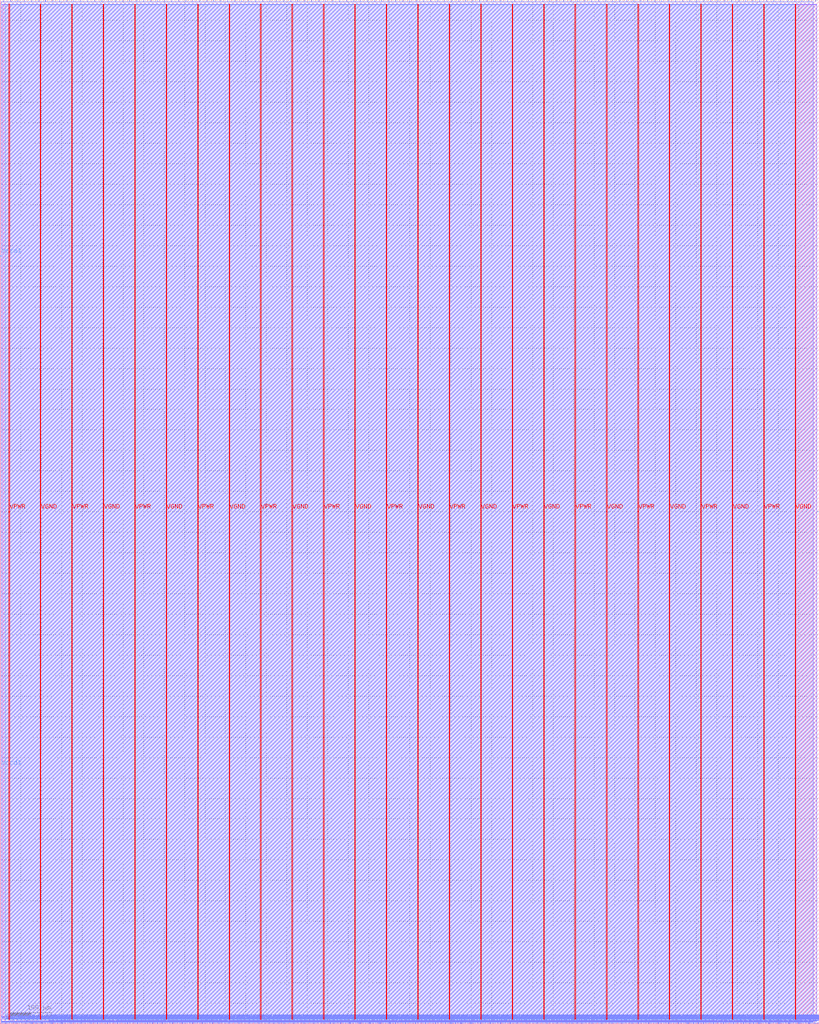
<source format=lef>
VERSION 5.7 ;
  NOWIREEXTENSIONATPIN ON ;
  DIVIDERCHAR "/" ;
  BUSBITCHARS "[]" ;
MACRO user_proj_aes
  CLASS BLOCK ;
  FOREIGN user_proj_aes ;
  ORIGIN 0.000 0.000 ;
  SIZE 2000.000 BY 2500.000 ;
  PIN io_in[0]
    DIRECTION INPUT ;
    USE SIGNAL ;
    PORT
      LAYER met2 ;
        RECT 8.370 2496.000 8.650 2500.000 ;
    END
  END io_in[0]
  PIN io_in[10]
    DIRECTION INPUT ;
    USE SIGNAL ;
    PORT
      LAYER met2 ;
        RECT 520.810 2496.000 521.090 2500.000 ;
    END
  END io_in[10]
  PIN io_in[11]
    DIRECTION INPUT ;
    USE SIGNAL ;
    PORT
      LAYER met2 ;
        RECT 572.330 2496.000 572.610 2500.000 ;
    END
  END io_in[11]
  PIN io_in[12]
    DIRECTION INPUT ;
    USE SIGNAL ;
    PORT
      LAYER met2 ;
        RECT 623.390 2496.000 623.670 2500.000 ;
    END
  END io_in[12]
  PIN io_in[13]
    DIRECTION INPUT ;
    USE SIGNAL ;
    PORT
      LAYER met2 ;
        RECT 674.910 2496.000 675.190 2500.000 ;
    END
  END io_in[13]
  PIN io_in[14]
    DIRECTION INPUT ;
    USE SIGNAL ;
    PORT
      LAYER met2 ;
        RECT 725.970 2496.000 726.250 2500.000 ;
    END
  END io_in[14]
  PIN io_in[15]
    DIRECTION INPUT ;
    USE SIGNAL ;
    PORT
      LAYER met2 ;
        RECT 777.490 2496.000 777.770 2500.000 ;
    END
  END io_in[15]
  PIN io_in[16]
    DIRECTION INPUT ;
    USE SIGNAL ;
    PORT
      LAYER met2 ;
        RECT 828.550 2496.000 828.830 2500.000 ;
    END
  END io_in[16]
  PIN io_in[17]
    DIRECTION INPUT ;
    USE SIGNAL ;
    PORT
      LAYER met2 ;
        RECT 880.070 2496.000 880.350 2500.000 ;
    END
  END io_in[17]
  PIN io_in[18]
    DIRECTION INPUT ;
    USE SIGNAL ;
    PORT
      LAYER met2 ;
        RECT 931.130 2496.000 931.410 2500.000 ;
    END
  END io_in[18]
  PIN io_in[19]
    DIRECTION INPUT ;
    USE SIGNAL ;
    PORT
      LAYER met2 ;
        RECT 982.650 2496.000 982.930 2500.000 ;
    END
  END io_in[19]
  PIN io_in[1]
    DIRECTION INPUT ;
    USE SIGNAL ;
    PORT
      LAYER met2 ;
        RECT 59.430 2496.000 59.710 2500.000 ;
    END
  END io_in[1]
  PIN io_in[20]
    DIRECTION INPUT ;
    USE SIGNAL ;
    PORT
      LAYER met2 ;
        RECT 1033.710 2496.000 1033.990 2500.000 ;
    END
  END io_in[20]
  PIN io_in[21]
    DIRECTION INPUT ;
    USE SIGNAL ;
    PORT
      LAYER met2 ;
        RECT 1085.230 2496.000 1085.510 2500.000 ;
    END
  END io_in[21]
  PIN io_in[22]
    DIRECTION INPUT ;
    USE SIGNAL ;
    PORT
      LAYER met2 ;
        RECT 1136.290 2496.000 1136.570 2500.000 ;
    END
  END io_in[22]
  PIN io_in[23]
    DIRECTION INPUT ;
    USE SIGNAL ;
    PORT
      LAYER met2 ;
        RECT 1187.810 2496.000 1188.090 2500.000 ;
    END
  END io_in[23]
  PIN io_in[24]
    DIRECTION INPUT ;
    USE SIGNAL ;
    PORT
      LAYER met2 ;
        RECT 1238.870 2496.000 1239.150 2500.000 ;
    END
  END io_in[24]
  PIN io_in[25]
    DIRECTION INPUT ;
    USE SIGNAL ;
    PORT
      LAYER met2 ;
        RECT 1290.390 2496.000 1290.670 2500.000 ;
    END
  END io_in[25]
  PIN io_in[26]
    DIRECTION INPUT ;
    USE SIGNAL ;
    PORT
      LAYER met2 ;
        RECT 1341.450 2496.000 1341.730 2500.000 ;
    END
  END io_in[26]
  PIN io_in[27]
    DIRECTION INPUT ;
    USE SIGNAL ;
    PORT
      LAYER met2 ;
        RECT 1392.970 2496.000 1393.250 2500.000 ;
    END
  END io_in[27]
  PIN io_in[28]
    DIRECTION INPUT ;
    USE SIGNAL ;
    PORT
      LAYER met2 ;
        RECT 1444.030 2496.000 1444.310 2500.000 ;
    END
  END io_in[28]
  PIN io_in[29]
    DIRECTION INPUT ;
    USE SIGNAL ;
    PORT
      LAYER met2 ;
        RECT 1495.550 2496.000 1495.830 2500.000 ;
    END
  END io_in[29]
  PIN io_in[2]
    DIRECTION INPUT ;
    USE SIGNAL ;
    PORT
      LAYER met2 ;
        RECT 110.490 2496.000 110.770 2500.000 ;
    END
  END io_in[2]
  PIN io_in[30]
    DIRECTION INPUT ;
    USE SIGNAL ;
    PORT
      LAYER met2 ;
        RECT 1546.610 2496.000 1546.890 2500.000 ;
    END
  END io_in[30]
  PIN io_in[31]
    DIRECTION INPUT ;
    USE SIGNAL ;
    PORT
      LAYER met2 ;
        RECT 1598.130 2496.000 1598.410 2500.000 ;
    END
  END io_in[31]
  PIN io_in[32]
    DIRECTION INPUT ;
    USE SIGNAL ;
    PORT
      LAYER met2 ;
        RECT 1649.190 2496.000 1649.470 2500.000 ;
    END
  END io_in[32]
  PIN io_in[33]
    DIRECTION INPUT ;
    USE SIGNAL ;
    PORT
      LAYER met2 ;
        RECT 1700.710 2496.000 1700.990 2500.000 ;
    END
  END io_in[33]
  PIN io_in[34]
    DIRECTION INPUT ;
    USE SIGNAL ;
    PORT
      LAYER met2 ;
        RECT 1751.770 2496.000 1752.050 2500.000 ;
    END
  END io_in[34]
  PIN io_in[35]
    DIRECTION INPUT ;
    USE SIGNAL ;
    PORT
      LAYER met2 ;
        RECT 1803.290 2496.000 1803.570 2500.000 ;
    END
  END io_in[35]
  PIN io_in[36]
    DIRECTION INPUT ;
    USE SIGNAL ;
    PORT
      LAYER met2 ;
        RECT 1854.350 2496.000 1854.630 2500.000 ;
    END
  END io_in[36]
  PIN io_in[37]
    DIRECTION INPUT ;
    USE SIGNAL ;
    PORT
      LAYER met2 ;
        RECT 1905.870 2496.000 1906.150 2500.000 ;
    END
  END io_in[37]
  PIN io_in[3]
    DIRECTION INPUT ;
    USE SIGNAL ;
    PORT
      LAYER met2 ;
        RECT 162.010 2496.000 162.290 2500.000 ;
    END
  END io_in[3]
  PIN io_in[4]
    DIRECTION INPUT ;
    USE SIGNAL ;
    PORT
      LAYER met2 ;
        RECT 213.070 2496.000 213.350 2500.000 ;
    END
  END io_in[4]
  PIN io_in[5]
    DIRECTION INPUT ;
    USE SIGNAL ;
    PORT
      LAYER met2 ;
        RECT 264.590 2496.000 264.870 2500.000 ;
    END
  END io_in[5]
  PIN io_in[6]
    DIRECTION INPUT ;
    USE SIGNAL ;
    PORT
      LAYER met2 ;
        RECT 315.650 2496.000 315.930 2500.000 ;
    END
  END io_in[6]
  PIN io_in[7]
    DIRECTION INPUT ;
    USE SIGNAL ;
    PORT
      LAYER met2 ;
        RECT 367.170 2496.000 367.450 2500.000 ;
    END
  END io_in[7]
  PIN io_in[8]
    DIRECTION INPUT ;
    USE SIGNAL ;
    PORT
      LAYER met2 ;
        RECT 418.230 2496.000 418.510 2500.000 ;
    END
  END io_in[8]
  PIN io_in[9]
    DIRECTION INPUT ;
    USE SIGNAL ;
    PORT
      LAYER met2 ;
        RECT 469.750 2496.000 470.030 2500.000 ;
    END
  END io_in[9]
  PIN io_oeb[0]
    DIRECTION OUTPUT TRISTATE ;
    USE SIGNAL ;
    PORT
      LAYER met2 ;
        RECT 25.390 2496.000 25.670 2500.000 ;
    END
  END io_oeb[0]
  PIN io_oeb[10]
    DIRECTION OUTPUT TRISTATE ;
    USE SIGNAL ;
    PORT
      LAYER met2 ;
        RECT 538.290 2496.000 538.570 2500.000 ;
    END
  END io_oeb[10]
  PIN io_oeb[11]
    DIRECTION OUTPUT TRISTATE ;
    USE SIGNAL ;
    PORT
      LAYER met2 ;
        RECT 589.350 2496.000 589.630 2500.000 ;
    END
  END io_oeb[11]
  PIN io_oeb[12]
    DIRECTION OUTPUT TRISTATE ;
    USE SIGNAL ;
    PORT
      LAYER met2 ;
        RECT 640.870 2496.000 641.150 2500.000 ;
    END
  END io_oeb[12]
  PIN io_oeb[13]
    DIRECTION OUTPUT TRISTATE ;
    USE SIGNAL ;
    PORT
      LAYER met2 ;
        RECT 691.930 2496.000 692.210 2500.000 ;
    END
  END io_oeb[13]
  PIN io_oeb[14]
    DIRECTION OUTPUT TRISTATE ;
    USE SIGNAL ;
    PORT
      LAYER met2 ;
        RECT 742.990 2496.000 743.270 2500.000 ;
    END
  END io_oeb[14]
  PIN io_oeb[15]
    DIRECTION OUTPUT TRISTATE ;
    USE SIGNAL ;
    PORT
      LAYER met2 ;
        RECT 794.510 2496.000 794.790 2500.000 ;
    END
  END io_oeb[15]
  PIN io_oeb[16]
    DIRECTION OUTPUT TRISTATE ;
    USE SIGNAL ;
    PORT
      LAYER met2 ;
        RECT 845.570 2496.000 845.850 2500.000 ;
    END
  END io_oeb[16]
  PIN io_oeb[17]
    DIRECTION OUTPUT TRISTATE ;
    USE SIGNAL ;
    PORT
      LAYER met2 ;
        RECT 897.090 2496.000 897.370 2500.000 ;
    END
  END io_oeb[17]
  PIN io_oeb[18]
    DIRECTION OUTPUT TRISTATE ;
    USE SIGNAL ;
    PORT
      LAYER met2 ;
        RECT 948.150 2496.000 948.430 2500.000 ;
    END
  END io_oeb[18]
  PIN io_oeb[19]
    DIRECTION OUTPUT TRISTATE ;
    USE SIGNAL ;
    PORT
      LAYER met2 ;
        RECT 999.670 2496.000 999.950 2500.000 ;
    END
  END io_oeb[19]
  PIN io_oeb[1]
    DIRECTION OUTPUT TRISTATE ;
    USE SIGNAL ;
    PORT
      LAYER met2 ;
        RECT 76.450 2496.000 76.730 2500.000 ;
    END
  END io_oeb[1]
  PIN io_oeb[20]
    DIRECTION OUTPUT TRISTATE ;
    USE SIGNAL ;
    PORT
      LAYER met2 ;
        RECT 1050.730 2496.000 1051.010 2500.000 ;
    END
  END io_oeb[20]
  PIN io_oeb[21]
    DIRECTION OUTPUT TRISTATE ;
    USE SIGNAL ;
    PORT
      LAYER met2 ;
        RECT 1102.250 2496.000 1102.530 2500.000 ;
    END
  END io_oeb[21]
  PIN io_oeb[22]
    DIRECTION OUTPUT TRISTATE ;
    USE SIGNAL ;
    PORT
      LAYER met2 ;
        RECT 1153.310 2496.000 1153.590 2500.000 ;
    END
  END io_oeb[22]
  PIN io_oeb[23]
    DIRECTION OUTPUT TRISTATE ;
    USE SIGNAL ;
    PORT
      LAYER met2 ;
        RECT 1204.830 2496.000 1205.110 2500.000 ;
    END
  END io_oeb[23]
  PIN io_oeb[24]
    DIRECTION OUTPUT TRISTATE ;
    USE SIGNAL ;
    PORT
      LAYER met2 ;
        RECT 1255.890 2496.000 1256.170 2500.000 ;
    END
  END io_oeb[24]
  PIN io_oeb[25]
    DIRECTION OUTPUT TRISTATE ;
    USE SIGNAL ;
    PORT
      LAYER met2 ;
        RECT 1307.410 2496.000 1307.690 2500.000 ;
    END
  END io_oeb[25]
  PIN io_oeb[26]
    DIRECTION OUTPUT TRISTATE ;
    USE SIGNAL ;
    PORT
      LAYER met2 ;
        RECT 1358.470 2496.000 1358.750 2500.000 ;
    END
  END io_oeb[26]
  PIN io_oeb[27]
    DIRECTION OUTPUT TRISTATE ;
    USE SIGNAL ;
    PORT
      LAYER met2 ;
        RECT 1409.990 2496.000 1410.270 2500.000 ;
    END
  END io_oeb[27]
  PIN io_oeb[28]
    DIRECTION OUTPUT TRISTATE ;
    USE SIGNAL ;
    PORT
      LAYER met2 ;
        RECT 1461.050 2496.000 1461.330 2500.000 ;
    END
  END io_oeb[28]
  PIN io_oeb[29]
    DIRECTION OUTPUT TRISTATE ;
    USE SIGNAL ;
    PORT
      LAYER met2 ;
        RECT 1512.570 2496.000 1512.850 2500.000 ;
    END
  END io_oeb[29]
  PIN io_oeb[2]
    DIRECTION OUTPUT TRISTATE ;
    USE SIGNAL ;
    PORT
      LAYER met2 ;
        RECT 127.970 2496.000 128.250 2500.000 ;
    END
  END io_oeb[2]
  PIN io_oeb[30]
    DIRECTION OUTPUT TRISTATE ;
    USE SIGNAL ;
    PORT
      LAYER met2 ;
        RECT 1563.630 2496.000 1563.910 2500.000 ;
    END
  END io_oeb[30]
  PIN io_oeb[31]
    DIRECTION OUTPUT TRISTATE ;
    USE SIGNAL ;
    PORT
      LAYER met2 ;
        RECT 1615.150 2496.000 1615.430 2500.000 ;
    END
  END io_oeb[31]
  PIN io_oeb[32]
    DIRECTION OUTPUT TRISTATE ;
    USE SIGNAL ;
    PORT
      LAYER met2 ;
        RECT 1666.210 2496.000 1666.490 2500.000 ;
    END
  END io_oeb[32]
  PIN io_oeb[33]
    DIRECTION OUTPUT TRISTATE ;
    USE SIGNAL ;
    PORT
      LAYER met2 ;
        RECT 1717.730 2496.000 1718.010 2500.000 ;
    END
  END io_oeb[33]
  PIN io_oeb[34]
    DIRECTION OUTPUT TRISTATE ;
    USE SIGNAL ;
    PORT
      LAYER met2 ;
        RECT 1768.790 2496.000 1769.070 2500.000 ;
    END
  END io_oeb[34]
  PIN io_oeb[35]
    DIRECTION OUTPUT TRISTATE ;
    USE SIGNAL ;
    PORT
      LAYER met2 ;
        RECT 1820.310 2496.000 1820.590 2500.000 ;
    END
  END io_oeb[35]
  PIN io_oeb[36]
    DIRECTION OUTPUT TRISTATE ;
    USE SIGNAL ;
    PORT
      LAYER met2 ;
        RECT 1871.370 2496.000 1871.650 2500.000 ;
    END
  END io_oeb[36]
  PIN io_oeb[37]
    DIRECTION OUTPUT TRISTATE ;
    USE SIGNAL ;
    PORT
      LAYER met2 ;
        RECT 1922.890 2496.000 1923.170 2500.000 ;
    END
  END io_oeb[37]
  PIN io_oeb[3]
    DIRECTION OUTPUT TRISTATE ;
    USE SIGNAL ;
    PORT
      LAYER met2 ;
        RECT 179.030 2496.000 179.310 2500.000 ;
    END
  END io_oeb[3]
  PIN io_oeb[4]
    DIRECTION OUTPUT TRISTATE ;
    USE SIGNAL ;
    PORT
      LAYER met2 ;
        RECT 230.550 2496.000 230.830 2500.000 ;
    END
  END io_oeb[4]
  PIN io_oeb[5]
    DIRECTION OUTPUT TRISTATE ;
    USE SIGNAL ;
    PORT
      LAYER met2 ;
        RECT 281.610 2496.000 281.890 2500.000 ;
    END
  END io_oeb[5]
  PIN io_oeb[6]
    DIRECTION OUTPUT TRISTATE ;
    USE SIGNAL ;
    PORT
      LAYER met2 ;
        RECT 333.130 2496.000 333.410 2500.000 ;
    END
  END io_oeb[6]
  PIN io_oeb[7]
    DIRECTION OUTPUT TRISTATE ;
    USE SIGNAL ;
    PORT
      LAYER met2 ;
        RECT 384.190 2496.000 384.470 2500.000 ;
    END
  END io_oeb[7]
  PIN io_oeb[8]
    DIRECTION OUTPUT TRISTATE ;
    USE SIGNAL ;
    PORT
      LAYER met2 ;
        RECT 435.710 2496.000 435.990 2500.000 ;
    END
  END io_oeb[8]
  PIN io_oeb[9]
    DIRECTION OUTPUT TRISTATE ;
    USE SIGNAL ;
    PORT
      LAYER met2 ;
        RECT 486.770 2496.000 487.050 2500.000 ;
    END
  END io_oeb[9]
  PIN io_out[0]
    DIRECTION OUTPUT TRISTATE ;
    USE SIGNAL ;
    PORT
      LAYER met2 ;
        RECT 42.410 2496.000 42.690 2500.000 ;
    END
  END io_out[0]
  PIN io_out[10]
    DIRECTION OUTPUT TRISTATE ;
    USE SIGNAL ;
    PORT
      LAYER met2 ;
        RECT 555.310 2496.000 555.590 2500.000 ;
    END
  END io_out[10]
  PIN io_out[11]
    DIRECTION OUTPUT TRISTATE ;
    USE SIGNAL ;
    PORT
      LAYER met2 ;
        RECT 606.370 2496.000 606.650 2500.000 ;
    END
  END io_out[11]
  PIN io_out[12]
    DIRECTION OUTPUT TRISTATE ;
    USE SIGNAL ;
    PORT
      LAYER met2 ;
        RECT 657.890 2496.000 658.170 2500.000 ;
    END
  END io_out[12]
  PIN io_out[13]
    DIRECTION OUTPUT TRISTATE ;
    USE SIGNAL ;
    PORT
      LAYER met2 ;
        RECT 708.950 2496.000 709.230 2500.000 ;
    END
  END io_out[13]
  PIN io_out[14]
    DIRECTION OUTPUT TRISTATE ;
    USE SIGNAL ;
    PORT
      LAYER met2 ;
        RECT 760.470 2496.000 760.750 2500.000 ;
    END
  END io_out[14]
  PIN io_out[15]
    DIRECTION OUTPUT TRISTATE ;
    USE SIGNAL ;
    PORT
      LAYER met2 ;
        RECT 811.530 2496.000 811.810 2500.000 ;
    END
  END io_out[15]
  PIN io_out[16]
    DIRECTION OUTPUT TRISTATE ;
    USE SIGNAL ;
    PORT
      LAYER met2 ;
        RECT 863.050 2496.000 863.330 2500.000 ;
    END
  END io_out[16]
  PIN io_out[17]
    DIRECTION OUTPUT TRISTATE ;
    USE SIGNAL ;
    PORT
      LAYER met2 ;
        RECT 914.110 2496.000 914.390 2500.000 ;
    END
  END io_out[17]
  PIN io_out[18]
    DIRECTION OUTPUT TRISTATE ;
    USE SIGNAL ;
    PORT
      LAYER met2 ;
        RECT 965.630 2496.000 965.910 2500.000 ;
    END
  END io_out[18]
  PIN io_out[19]
    DIRECTION OUTPUT TRISTATE ;
    USE SIGNAL ;
    PORT
      LAYER met2 ;
        RECT 1016.690 2496.000 1016.970 2500.000 ;
    END
  END io_out[19]
  PIN io_out[1]
    DIRECTION OUTPUT TRISTATE ;
    USE SIGNAL ;
    PORT
      LAYER met2 ;
        RECT 93.470 2496.000 93.750 2500.000 ;
    END
  END io_out[1]
  PIN io_out[20]
    DIRECTION OUTPUT TRISTATE ;
    USE SIGNAL ;
    PORT
      LAYER met2 ;
        RECT 1068.210 2496.000 1068.490 2500.000 ;
    END
  END io_out[20]
  PIN io_out[21]
    DIRECTION OUTPUT TRISTATE ;
    USE SIGNAL ;
    PORT
      LAYER met2 ;
        RECT 1119.270 2496.000 1119.550 2500.000 ;
    END
  END io_out[21]
  PIN io_out[22]
    DIRECTION OUTPUT TRISTATE ;
    USE SIGNAL ;
    PORT
      LAYER met2 ;
        RECT 1170.790 2496.000 1171.070 2500.000 ;
    END
  END io_out[22]
  PIN io_out[23]
    DIRECTION OUTPUT TRISTATE ;
    USE SIGNAL ;
    PORT
      LAYER met2 ;
        RECT 1221.850 2496.000 1222.130 2500.000 ;
    END
  END io_out[23]
  PIN io_out[24]
    DIRECTION OUTPUT TRISTATE ;
    USE SIGNAL ;
    PORT
      LAYER met2 ;
        RECT 1273.370 2496.000 1273.650 2500.000 ;
    END
  END io_out[24]
  PIN io_out[25]
    DIRECTION OUTPUT TRISTATE ;
    USE SIGNAL ;
    PORT
      LAYER met2 ;
        RECT 1324.430 2496.000 1324.710 2500.000 ;
    END
  END io_out[25]
  PIN io_out[26]
    DIRECTION OUTPUT TRISTATE ;
    USE SIGNAL ;
    PORT
      LAYER met2 ;
        RECT 1375.490 2496.000 1375.770 2500.000 ;
    END
  END io_out[26]
  PIN io_out[27]
    DIRECTION OUTPUT TRISTATE ;
    USE SIGNAL ;
    PORT
      LAYER met2 ;
        RECT 1427.010 2496.000 1427.290 2500.000 ;
    END
  END io_out[27]
  PIN io_out[28]
    DIRECTION OUTPUT TRISTATE ;
    USE SIGNAL ;
    PORT
      LAYER met2 ;
        RECT 1478.070 2496.000 1478.350 2500.000 ;
    END
  END io_out[28]
  PIN io_out[29]
    DIRECTION OUTPUT TRISTATE ;
    USE SIGNAL ;
    PORT
      LAYER met2 ;
        RECT 1529.590 2496.000 1529.870 2500.000 ;
    END
  END io_out[29]
  PIN io_out[2]
    DIRECTION OUTPUT TRISTATE ;
    USE SIGNAL ;
    PORT
      LAYER met2 ;
        RECT 144.990 2496.000 145.270 2500.000 ;
    END
  END io_out[2]
  PIN io_out[30]
    DIRECTION OUTPUT TRISTATE ;
    USE SIGNAL ;
    PORT
      LAYER met2 ;
        RECT 1580.650 2496.000 1580.930 2500.000 ;
    END
  END io_out[30]
  PIN io_out[31]
    DIRECTION OUTPUT TRISTATE ;
    USE SIGNAL ;
    PORT
      LAYER met2 ;
        RECT 1632.170 2496.000 1632.450 2500.000 ;
    END
  END io_out[31]
  PIN io_out[32]
    DIRECTION OUTPUT TRISTATE ;
    USE SIGNAL ;
    PORT
      LAYER met2 ;
        RECT 1683.230 2496.000 1683.510 2500.000 ;
    END
  END io_out[32]
  PIN io_out[33]
    DIRECTION OUTPUT TRISTATE ;
    USE SIGNAL ;
    PORT
      LAYER met2 ;
        RECT 1734.750 2496.000 1735.030 2500.000 ;
    END
  END io_out[33]
  PIN io_out[34]
    DIRECTION OUTPUT TRISTATE ;
    USE SIGNAL ;
    PORT
      LAYER met2 ;
        RECT 1785.810 2496.000 1786.090 2500.000 ;
    END
  END io_out[34]
  PIN io_out[35]
    DIRECTION OUTPUT TRISTATE ;
    USE SIGNAL ;
    PORT
      LAYER met2 ;
        RECT 1837.330 2496.000 1837.610 2500.000 ;
    END
  END io_out[35]
  PIN io_out[36]
    DIRECTION OUTPUT TRISTATE ;
    USE SIGNAL ;
    PORT
      LAYER met2 ;
        RECT 1888.390 2496.000 1888.670 2500.000 ;
    END
  END io_out[36]
  PIN io_out[37]
    DIRECTION OUTPUT TRISTATE ;
    USE SIGNAL ;
    PORT
      LAYER met2 ;
        RECT 1939.910 2496.000 1940.190 2500.000 ;
    END
  END io_out[37]
  PIN io_out[3]
    DIRECTION OUTPUT TRISTATE ;
    USE SIGNAL ;
    PORT
      LAYER met2 ;
        RECT 196.050 2496.000 196.330 2500.000 ;
    END
  END io_out[3]
  PIN io_out[4]
    DIRECTION OUTPUT TRISTATE ;
    USE SIGNAL ;
    PORT
      LAYER met2 ;
        RECT 247.570 2496.000 247.850 2500.000 ;
    END
  END io_out[4]
  PIN io_out[5]
    DIRECTION OUTPUT TRISTATE ;
    USE SIGNAL ;
    PORT
      LAYER met2 ;
        RECT 298.630 2496.000 298.910 2500.000 ;
    END
  END io_out[5]
  PIN io_out[6]
    DIRECTION OUTPUT TRISTATE ;
    USE SIGNAL ;
    PORT
      LAYER met2 ;
        RECT 350.150 2496.000 350.430 2500.000 ;
    END
  END io_out[6]
  PIN io_out[7]
    DIRECTION OUTPUT TRISTATE ;
    USE SIGNAL ;
    PORT
      LAYER met2 ;
        RECT 401.210 2496.000 401.490 2500.000 ;
    END
  END io_out[7]
  PIN io_out[8]
    DIRECTION OUTPUT TRISTATE ;
    USE SIGNAL ;
    PORT
      LAYER met2 ;
        RECT 452.730 2496.000 453.010 2500.000 ;
    END
  END io_out[8]
  PIN io_out[9]
    DIRECTION OUTPUT TRISTATE ;
    USE SIGNAL ;
    PORT
      LAYER met2 ;
        RECT 503.790 2496.000 504.070 2500.000 ;
    END
  END io_out[9]
  PIN la_data_in[0]
    DIRECTION INPUT ;
    USE SIGNAL ;
    PORT
      LAYER met2 ;
        RECT 432.490 0.000 432.770 4.000 ;
    END
  END la_data_in[0]
  PIN la_data_in[100]
    DIRECTION INPUT ;
    USE SIGNAL ;
    PORT
      LAYER met2 ;
        RECT 1651.950 0.000 1652.230 4.000 ;
    END
  END la_data_in[100]
  PIN la_data_in[101]
    DIRECTION INPUT ;
    USE SIGNAL ;
    PORT
      LAYER met2 ;
        RECT 1664.370 0.000 1664.650 4.000 ;
    END
  END la_data_in[101]
  PIN la_data_in[102]
    DIRECTION INPUT ;
    USE SIGNAL ;
    PORT
      LAYER met2 ;
        RECT 1676.790 0.000 1677.070 4.000 ;
    END
  END la_data_in[102]
  PIN la_data_in[103]
    DIRECTION INPUT ;
    USE SIGNAL ;
    PORT
      LAYER met2 ;
        RECT 1688.750 0.000 1689.030 4.000 ;
    END
  END la_data_in[103]
  PIN la_data_in[104]
    DIRECTION INPUT ;
    USE SIGNAL ;
    PORT
      LAYER met2 ;
        RECT 1701.170 0.000 1701.450 4.000 ;
    END
  END la_data_in[104]
  PIN la_data_in[105]
    DIRECTION INPUT ;
    USE SIGNAL ;
    PORT
      LAYER met2 ;
        RECT 1713.130 0.000 1713.410 4.000 ;
    END
  END la_data_in[105]
  PIN la_data_in[106]
    DIRECTION INPUT ;
    USE SIGNAL ;
    PORT
      LAYER met2 ;
        RECT 1725.550 0.000 1725.830 4.000 ;
    END
  END la_data_in[106]
  PIN la_data_in[107]
    DIRECTION INPUT ;
    USE SIGNAL ;
    PORT
      LAYER met2 ;
        RECT 1737.510 0.000 1737.790 4.000 ;
    END
  END la_data_in[107]
  PIN la_data_in[108]
    DIRECTION INPUT ;
    USE SIGNAL ;
    PORT
      LAYER met2 ;
        RECT 1749.930 0.000 1750.210 4.000 ;
    END
  END la_data_in[108]
  PIN la_data_in[109]
    DIRECTION INPUT ;
    USE SIGNAL ;
    PORT
      LAYER met2 ;
        RECT 1761.890 0.000 1762.170 4.000 ;
    END
  END la_data_in[109]
  PIN la_data_in[10]
    DIRECTION INPUT ;
    USE SIGNAL ;
    PORT
      LAYER met2 ;
        RECT 554.390 0.000 554.670 4.000 ;
    END
  END la_data_in[10]
  PIN la_data_in[110]
    DIRECTION INPUT ;
    USE SIGNAL ;
    PORT
      LAYER met2 ;
        RECT 1774.310 0.000 1774.590 4.000 ;
    END
  END la_data_in[110]
  PIN la_data_in[111]
    DIRECTION INPUT ;
    USE SIGNAL ;
    PORT
      LAYER met2 ;
        RECT 1786.270 0.000 1786.550 4.000 ;
    END
  END la_data_in[111]
  PIN la_data_in[112]
    DIRECTION INPUT ;
    USE SIGNAL ;
    PORT
      LAYER met2 ;
        RECT 1798.690 0.000 1798.970 4.000 ;
    END
  END la_data_in[112]
  PIN la_data_in[113]
    DIRECTION INPUT ;
    USE SIGNAL ;
    PORT
      LAYER met2 ;
        RECT 1810.650 0.000 1810.930 4.000 ;
    END
  END la_data_in[113]
  PIN la_data_in[114]
    DIRECTION INPUT ;
    USE SIGNAL ;
    PORT
      LAYER met2 ;
        RECT 1823.070 0.000 1823.350 4.000 ;
    END
  END la_data_in[114]
  PIN la_data_in[115]
    DIRECTION INPUT ;
    USE SIGNAL ;
    PORT
      LAYER met2 ;
        RECT 1835.030 0.000 1835.310 4.000 ;
    END
  END la_data_in[115]
  PIN la_data_in[116]
    DIRECTION INPUT ;
    USE SIGNAL ;
    PORT
      LAYER met2 ;
        RECT 1847.450 0.000 1847.730 4.000 ;
    END
  END la_data_in[116]
  PIN la_data_in[117]
    DIRECTION INPUT ;
    USE SIGNAL ;
    PORT
      LAYER met2 ;
        RECT 1859.410 0.000 1859.690 4.000 ;
    END
  END la_data_in[117]
  PIN la_data_in[118]
    DIRECTION INPUT ;
    USE SIGNAL ;
    PORT
      LAYER met2 ;
        RECT 1871.830 0.000 1872.110 4.000 ;
    END
  END la_data_in[118]
  PIN la_data_in[119]
    DIRECTION INPUT ;
    USE SIGNAL ;
    PORT
      LAYER met2 ;
        RECT 1883.790 0.000 1884.070 4.000 ;
    END
  END la_data_in[119]
  PIN la_data_in[11]
    DIRECTION INPUT ;
    USE SIGNAL ;
    PORT
      LAYER met2 ;
        RECT 566.810 0.000 567.090 4.000 ;
    END
  END la_data_in[11]
  PIN la_data_in[120]
    DIRECTION INPUT ;
    USE SIGNAL ;
    PORT
      LAYER met2 ;
        RECT 1896.210 0.000 1896.490 4.000 ;
    END
  END la_data_in[120]
  PIN la_data_in[121]
    DIRECTION INPUT ;
    USE SIGNAL ;
    PORT
      LAYER met2 ;
        RECT 1908.170 0.000 1908.450 4.000 ;
    END
  END la_data_in[121]
  PIN la_data_in[122]
    DIRECTION INPUT ;
    USE SIGNAL ;
    PORT
      LAYER met2 ;
        RECT 1920.590 0.000 1920.870 4.000 ;
    END
  END la_data_in[122]
  PIN la_data_in[123]
    DIRECTION INPUT ;
    USE SIGNAL ;
    PORT
      LAYER met2 ;
        RECT 1932.550 0.000 1932.830 4.000 ;
    END
  END la_data_in[123]
  PIN la_data_in[124]
    DIRECTION INPUT ;
    USE SIGNAL ;
    PORT
      LAYER met2 ;
        RECT 1944.970 0.000 1945.250 4.000 ;
    END
  END la_data_in[124]
  PIN la_data_in[125]
    DIRECTION INPUT ;
    USE SIGNAL ;
    PORT
      LAYER met2 ;
        RECT 1956.930 0.000 1957.210 4.000 ;
    END
  END la_data_in[125]
  PIN la_data_in[126]
    DIRECTION INPUT ;
    USE SIGNAL ;
    PORT
      LAYER met2 ;
        RECT 1969.350 0.000 1969.630 4.000 ;
    END
  END la_data_in[126]
  PIN la_data_in[127]
    DIRECTION INPUT ;
    USE SIGNAL ;
    PORT
      LAYER met2 ;
        RECT 1981.310 0.000 1981.590 4.000 ;
    END
  END la_data_in[127]
  PIN la_data_in[12]
    DIRECTION INPUT ;
    USE SIGNAL ;
    PORT
      LAYER met2 ;
        RECT 578.770 0.000 579.050 4.000 ;
    END
  END la_data_in[12]
  PIN la_data_in[13]
    DIRECTION INPUT ;
    USE SIGNAL ;
    PORT
      LAYER met2 ;
        RECT 591.190 0.000 591.470 4.000 ;
    END
  END la_data_in[13]
  PIN la_data_in[14]
    DIRECTION INPUT ;
    USE SIGNAL ;
    PORT
      LAYER met2 ;
        RECT 603.150 0.000 603.430 4.000 ;
    END
  END la_data_in[14]
  PIN la_data_in[15]
    DIRECTION INPUT ;
    USE SIGNAL ;
    PORT
      LAYER met2 ;
        RECT 615.570 0.000 615.850 4.000 ;
    END
  END la_data_in[15]
  PIN la_data_in[16]
    DIRECTION INPUT ;
    USE SIGNAL ;
    PORT
      LAYER met2 ;
        RECT 627.530 0.000 627.810 4.000 ;
    END
  END la_data_in[16]
  PIN la_data_in[17]
    DIRECTION INPUT ;
    USE SIGNAL ;
    PORT
      LAYER met2 ;
        RECT 639.950 0.000 640.230 4.000 ;
    END
  END la_data_in[17]
  PIN la_data_in[18]
    DIRECTION INPUT ;
    USE SIGNAL ;
    PORT
      LAYER met2 ;
        RECT 651.910 0.000 652.190 4.000 ;
    END
  END la_data_in[18]
  PIN la_data_in[19]
    DIRECTION INPUT ;
    USE SIGNAL ;
    PORT
      LAYER met2 ;
        RECT 664.330 0.000 664.610 4.000 ;
    END
  END la_data_in[19]
  PIN la_data_in[1]
    DIRECTION INPUT ;
    USE SIGNAL ;
    PORT
      LAYER met2 ;
        RECT 444.910 0.000 445.190 4.000 ;
    END
  END la_data_in[1]
  PIN la_data_in[20]
    DIRECTION INPUT ;
    USE SIGNAL ;
    PORT
      LAYER met2 ;
        RECT 676.750 0.000 677.030 4.000 ;
    END
  END la_data_in[20]
  PIN la_data_in[21]
    DIRECTION INPUT ;
    USE SIGNAL ;
    PORT
      LAYER met2 ;
        RECT 688.710 0.000 688.990 4.000 ;
    END
  END la_data_in[21]
  PIN la_data_in[22]
    DIRECTION INPUT ;
    USE SIGNAL ;
    PORT
      LAYER met2 ;
        RECT 701.130 0.000 701.410 4.000 ;
    END
  END la_data_in[22]
  PIN la_data_in[23]
    DIRECTION INPUT ;
    USE SIGNAL ;
    PORT
      LAYER met2 ;
        RECT 713.090 0.000 713.370 4.000 ;
    END
  END la_data_in[23]
  PIN la_data_in[24]
    DIRECTION INPUT ;
    USE SIGNAL ;
    PORT
      LAYER met2 ;
        RECT 725.510 0.000 725.790 4.000 ;
    END
  END la_data_in[24]
  PIN la_data_in[25]
    DIRECTION INPUT ;
    USE SIGNAL ;
    PORT
      LAYER met2 ;
        RECT 737.470 0.000 737.750 4.000 ;
    END
  END la_data_in[25]
  PIN la_data_in[26]
    DIRECTION INPUT ;
    USE SIGNAL ;
    PORT
      LAYER met2 ;
        RECT 749.890 0.000 750.170 4.000 ;
    END
  END la_data_in[26]
  PIN la_data_in[27]
    DIRECTION INPUT ;
    USE SIGNAL ;
    PORT
      LAYER met2 ;
        RECT 761.850 0.000 762.130 4.000 ;
    END
  END la_data_in[27]
  PIN la_data_in[28]
    DIRECTION INPUT ;
    USE SIGNAL ;
    PORT
      LAYER met2 ;
        RECT 774.270 0.000 774.550 4.000 ;
    END
  END la_data_in[28]
  PIN la_data_in[29]
    DIRECTION INPUT ;
    USE SIGNAL ;
    PORT
      LAYER met2 ;
        RECT 786.230 0.000 786.510 4.000 ;
    END
  END la_data_in[29]
  PIN la_data_in[2]
    DIRECTION INPUT ;
    USE SIGNAL ;
    PORT
      LAYER met2 ;
        RECT 456.870 0.000 457.150 4.000 ;
    END
  END la_data_in[2]
  PIN la_data_in[30]
    DIRECTION INPUT ;
    USE SIGNAL ;
    PORT
      LAYER met2 ;
        RECT 798.650 0.000 798.930 4.000 ;
    END
  END la_data_in[30]
  PIN la_data_in[31]
    DIRECTION INPUT ;
    USE SIGNAL ;
    PORT
      LAYER met2 ;
        RECT 810.610 0.000 810.890 4.000 ;
    END
  END la_data_in[31]
  PIN la_data_in[32]
    DIRECTION INPUT ;
    USE SIGNAL ;
    PORT
      LAYER met2 ;
        RECT 823.030 0.000 823.310 4.000 ;
    END
  END la_data_in[32]
  PIN la_data_in[33]
    DIRECTION INPUT ;
    USE SIGNAL ;
    PORT
      LAYER met2 ;
        RECT 834.990 0.000 835.270 4.000 ;
    END
  END la_data_in[33]
  PIN la_data_in[34]
    DIRECTION INPUT ;
    USE SIGNAL ;
    PORT
      LAYER met2 ;
        RECT 847.410 0.000 847.690 4.000 ;
    END
  END la_data_in[34]
  PIN la_data_in[35]
    DIRECTION INPUT ;
    USE SIGNAL ;
    PORT
      LAYER met2 ;
        RECT 859.370 0.000 859.650 4.000 ;
    END
  END la_data_in[35]
  PIN la_data_in[36]
    DIRECTION INPUT ;
    USE SIGNAL ;
    PORT
      LAYER met2 ;
        RECT 871.790 0.000 872.070 4.000 ;
    END
  END la_data_in[36]
  PIN la_data_in[37]
    DIRECTION INPUT ;
    USE SIGNAL ;
    PORT
      LAYER met2 ;
        RECT 883.750 0.000 884.030 4.000 ;
    END
  END la_data_in[37]
  PIN la_data_in[38]
    DIRECTION INPUT ;
    USE SIGNAL ;
    PORT
      LAYER met2 ;
        RECT 896.170 0.000 896.450 4.000 ;
    END
  END la_data_in[38]
  PIN la_data_in[39]
    DIRECTION INPUT ;
    USE SIGNAL ;
    PORT
      LAYER met2 ;
        RECT 908.130 0.000 908.410 4.000 ;
    END
  END la_data_in[39]
  PIN la_data_in[3]
    DIRECTION INPUT ;
    USE SIGNAL ;
    PORT
      LAYER met2 ;
        RECT 469.290 0.000 469.570 4.000 ;
    END
  END la_data_in[3]
  PIN la_data_in[40]
    DIRECTION INPUT ;
    USE SIGNAL ;
    PORT
      LAYER met2 ;
        RECT 920.550 0.000 920.830 4.000 ;
    END
  END la_data_in[40]
  PIN la_data_in[41]
    DIRECTION INPUT ;
    USE SIGNAL ;
    PORT
      LAYER met2 ;
        RECT 932.510 0.000 932.790 4.000 ;
    END
  END la_data_in[41]
  PIN la_data_in[42]
    DIRECTION INPUT ;
    USE SIGNAL ;
    PORT
      LAYER met2 ;
        RECT 944.930 0.000 945.210 4.000 ;
    END
  END la_data_in[42]
  PIN la_data_in[43]
    DIRECTION INPUT ;
    USE SIGNAL ;
    PORT
      LAYER met2 ;
        RECT 956.890 0.000 957.170 4.000 ;
    END
  END la_data_in[43]
  PIN la_data_in[44]
    DIRECTION INPUT ;
    USE SIGNAL ;
    PORT
      LAYER met2 ;
        RECT 969.310 0.000 969.590 4.000 ;
    END
  END la_data_in[44]
  PIN la_data_in[45]
    DIRECTION INPUT ;
    USE SIGNAL ;
    PORT
      LAYER met2 ;
        RECT 981.270 0.000 981.550 4.000 ;
    END
  END la_data_in[45]
  PIN la_data_in[46]
    DIRECTION INPUT ;
    USE SIGNAL ;
    PORT
      LAYER met2 ;
        RECT 993.690 0.000 993.970 4.000 ;
    END
  END la_data_in[46]
  PIN la_data_in[47]
    DIRECTION INPUT ;
    USE SIGNAL ;
    PORT
      LAYER met2 ;
        RECT 1005.650 0.000 1005.930 4.000 ;
    END
  END la_data_in[47]
  PIN la_data_in[48]
    DIRECTION INPUT ;
    USE SIGNAL ;
    PORT
      LAYER met2 ;
        RECT 1018.070 0.000 1018.350 4.000 ;
    END
  END la_data_in[48]
  PIN la_data_in[49]
    DIRECTION INPUT ;
    USE SIGNAL ;
    PORT
      LAYER met2 ;
        RECT 1030.030 0.000 1030.310 4.000 ;
    END
  END la_data_in[49]
  PIN la_data_in[4]
    DIRECTION INPUT ;
    USE SIGNAL ;
    PORT
      LAYER met2 ;
        RECT 481.250 0.000 481.530 4.000 ;
    END
  END la_data_in[4]
  PIN la_data_in[50]
    DIRECTION INPUT ;
    USE SIGNAL ;
    PORT
      LAYER met2 ;
        RECT 1042.450 0.000 1042.730 4.000 ;
    END
  END la_data_in[50]
  PIN la_data_in[51]
    DIRECTION INPUT ;
    USE SIGNAL ;
    PORT
      LAYER met2 ;
        RECT 1054.410 0.000 1054.690 4.000 ;
    END
  END la_data_in[51]
  PIN la_data_in[52]
    DIRECTION INPUT ;
    USE SIGNAL ;
    PORT
      LAYER met2 ;
        RECT 1066.830 0.000 1067.110 4.000 ;
    END
  END la_data_in[52]
  PIN la_data_in[53]
    DIRECTION INPUT ;
    USE SIGNAL ;
    PORT
      LAYER met2 ;
        RECT 1078.790 0.000 1079.070 4.000 ;
    END
  END la_data_in[53]
  PIN la_data_in[54]
    DIRECTION INPUT ;
    USE SIGNAL ;
    PORT
      LAYER met2 ;
        RECT 1091.210 0.000 1091.490 4.000 ;
    END
  END la_data_in[54]
  PIN la_data_in[55]
    DIRECTION INPUT ;
    USE SIGNAL ;
    PORT
      LAYER met2 ;
        RECT 1103.170 0.000 1103.450 4.000 ;
    END
  END la_data_in[55]
  PIN la_data_in[56]
    DIRECTION INPUT ;
    USE SIGNAL ;
    PORT
      LAYER met2 ;
        RECT 1115.590 0.000 1115.870 4.000 ;
    END
  END la_data_in[56]
  PIN la_data_in[57]
    DIRECTION INPUT ;
    USE SIGNAL ;
    PORT
      LAYER met2 ;
        RECT 1127.550 0.000 1127.830 4.000 ;
    END
  END la_data_in[57]
  PIN la_data_in[58]
    DIRECTION INPUT ;
    USE SIGNAL ;
    PORT
      LAYER met2 ;
        RECT 1139.970 0.000 1140.250 4.000 ;
    END
  END la_data_in[58]
  PIN la_data_in[59]
    DIRECTION INPUT ;
    USE SIGNAL ;
    PORT
      LAYER met2 ;
        RECT 1151.930 0.000 1152.210 4.000 ;
    END
  END la_data_in[59]
  PIN la_data_in[5]
    DIRECTION INPUT ;
    USE SIGNAL ;
    PORT
      LAYER met2 ;
        RECT 493.670 0.000 493.950 4.000 ;
    END
  END la_data_in[5]
  PIN la_data_in[60]
    DIRECTION INPUT ;
    USE SIGNAL ;
    PORT
      LAYER met2 ;
        RECT 1164.350 0.000 1164.630 4.000 ;
    END
  END la_data_in[60]
  PIN la_data_in[61]
    DIRECTION INPUT ;
    USE SIGNAL ;
    PORT
      LAYER met2 ;
        RECT 1176.770 0.000 1177.050 4.000 ;
    END
  END la_data_in[61]
  PIN la_data_in[62]
    DIRECTION INPUT ;
    USE SIGNAL ;
    PORT
      LAYER met2 ;
        RECT 1188.730 0.000 1189.010 4.000 ;
    END
  END la_data_in[62]
  PIN la_data_in[63]
    DIRECTION INPUT ;
    USE SIGNAL ;
    PORT
      LAYER met2 ;
        RECT 1201.150 0.000 1201.430 4.000 ;
    END
  END la_data_in[63]
  PIN la_data_in[64]
    DIRECTION INPUT ;
    USE SIGNAL ;
    PORT
      LAYER met2 ;
        RECT 1213.110 0.000 1213.390 4.000 ;
    END
  END la_data_in[64]
  PIN la_data_in[65]
    DIRECTION INPUT ;
    USE SIGNAL ;
    PORT
      LAYER met2 ;
        RECT 1225.530 0.000 1225.810 4.000 ;
    END
  END la_data_in[65]
  PIN la_data_in[66]
    DIRECTION INPUT ;
    USE SIGNAL ;
    PORT
      LAYER met2 ;
        RECT 1237.490 0.000 1237.770 4.000 ;
    END
  END la_data_in[66]
  PIN la_data_in[67]
    DIRECTION INPUT ;
    USE SIGNAL ;
    PORT
      LAYER met2 ;
        RECT 1249.910 0.000 1250.190 4.000 ;
    END
  END la_data_in[67]
  PIN la_data_in[68]
    DIRECTION INPUT ;
    USE SIGNAL ;
    PORT
      LAYER met2 ;
        RECT 1261.870 0.000 1262.150 4.000 ;
    END
  END la_data_in[68]
  PIN la_data_in[69]
    DIRECTION INPUT ;
    USE SIGNAL ;
    PORT
      LAYER met2 ;
        RECT 1274.290 0.000 1274.570 4.000 ;
    END
  END la_data_in[69]
  PIN la_data_in[6]
    DIRECTION INPUT ;
    USE SIGNAL ;
    PORT
      LAYER met2 ;
        RECT 505.630 0.000 505.910 4.000 ;
    END
  END la_data_in[6]
  PIN la_data_in[70]
    DIRECTION INPUT ;
    USE SIGNAL ;
    PORT
      LAYER met2 ;
        RECT 1286.250 0.000 1286.530 4.000 ;
    END
  END la_data_in[70]
  PIN la_data_in[71]
    DIRECTION INPUT ;
    USE SIGNAL ;
    PORT
      LAYER met2 ;
        RECT 1298.670 0.000 1298.950 4.000 ;
    END
  END la_data_in[71]
  PIN la_data_in[72]
    DIRECTION INPUT ;
    USE SIGNAL ;
    PORT
      LAYER met2 ;
        RECT 1310.630 0.000 1310.910 4.000 ;
    END
  END la_data_in[72]
  PIN la_data_in[73]
    DIRECTION INPUT ;
    USE SIGNAL ;
    PORT
      LAYER met2 ;
        RECT 1323.050 0.000 1323.330 4.000 ;
    END
  END la_data_in[73]
  PIN la_data_in[74]
    DIRECTION INPUT ;
    USE SIGNAL ;
    PORT
      LAYER met2 ;
        RECT 1335.010 0.000 1335.290 4.000 ;
    END
  END la_data_in[74]
  PIN la_data_in[75]
    DIRECTION INPUT ;
    USE SIGNAL ;
    PORT
      LAYER met2 ;
        RECT 1347.430 0.000 1347.710 4.000 ;
    END
  END la_data_in[75]
  PIN la_data_in[76]
    DIRECTION INPUT ;
    USE SIGNAL ;
    PORT
      LAYER met2 ;
        RECT 1359.390 0.000 1359.670 4.000 ;
    END
  END la_data_in[76]
  PIN la_data_in[77]
    DIRECTION INPUT ;
    USE SIGNAL ;
    PORT
      LAYER met2 ;
        RECT 1371.810 0.000 1372.090 4.000 ;
    END
  END la_data_in[77]
  PIN la_data_in[78]
    DIRECTION INPUT ;
    USE SIGNAL ;
    PORT
      LAYER met2 ;
        RECT 1383.770 0.000 1384.050 4.000 ;
    END
  END la_data_in[78]
  PIN la_data_in[79]
    DIRECTION INPUT ;
    USE SIGNAL ;
    PORT
      LAYER met2 ;
        RECT 1396.190 0.000 1396.470 4.000 ;
    END
  END la_data_in[79]
  PIN la_data_in[7]
    DIRECTION INPUT ;
    USE SIGNAL ;
    PORT
      LAYER met2 ;
        RECT 518.050 0.000 518.330 4.000 ;
    END
  END la_data_in[7]
  PIN la_data_in[80]
    DIRECTION INPUT ;
    USE SIGNAL ;
    PORT
      LAYER met2 ;
        RECT 1408.150 0.000 1408.430 4.000 ;
    END
  END la_data_in[80]
  PIN la_data_in[81]
    DIRECTION INPUT ;
    USE SIGNAL ;
    PORT
      LAYER met2 ;
        RECT 1420.570 0.000 1420.850 4.000 ;
    END
  END la_data_in[81]
  PIN la_data_in[82]
    DIRECTION INPUT ;
    USE SIGNAL ;
    PORT
      LAYER met2 ;
        RECT 1432.530 0.000 1432.810 4.000 ;
    END
  END la_data_in[82]
  PIN la_data_in[83]
    DIRECTION INPUT ;
    USE SIGNAL ;
    PORT
      LAYER met2 ;
        RECT 1444.950 0.000 1445.230 4.000 ;
    END
  END la_data_in[83]
  PIN la_data_in[84]
    DIRECTION INPUT ;
    USE SIGNAL ;
    PORT
      LAYER met2 ;
        RECT 1456.910 0.000 1457.190 4.000 ;
    END
  END la_data_in[84]
  PIN la_data_in[85]
    DIRECTION INPUT ;
    USE SIGNAL ;
    PORT
      LAYER met2 ;
        RECT 1469.330 0.000 1469.610 4.000 ;
    END
  END la_data_in[85]
  PIN la_data_in[86]
    DIRECTION INPUT ;
    USE SIGNAL ;
    PORT
      LAYER met2 ;
        RECT 1481.290 0.000 1481.570 4.000 ;
    END
  END la_data_in[86]
  PIN la_data_in[87]
    DIRECTION INPUT ;
    USE SIGNAL ;
    PORT
      LAYER met2 ;
        RECT 1493.710 0.000 1493.990 4.000 ;
    END
  END la_data_in[87]
  PIN la_data_in[88]
    DIRECTION INPUT ;
    USE SIGNAL ;
    PORT
      LAYER met2 ;
        RECT 1505.670 0.000 1505.950 4.000 ;
    END
  END la_data_in[88]
  PIN la_data_in[89]
    DIRECTION INPUT ;
    USE SIGNAL ;
    PORT
      LAYER met2 ;
        RECT 1518.090 0.000 1518.370 4.000 ;
    END
  END la_data_in[89]
  PIN la_data_in[8]
    DIRECTION INPUT ;
    USE SIGNAL ;
    PORT
      LAYER met2 ;
        RECT 530.010 0.000 530.290 4.000 ;
    END
  END la_data_in[8]
  PIN la_data_in[90]
    DIRECTION INPUT ;
    USE SIGNAL ;
    PORT
      LAYER met2 ;
        RECT 1530.050 0.000 1530.330 4.000 ;
    END
  END la_data_in[90]
  PIN la_data_in[91]
    DIRECTION INPUT ;
    USE SIGNAL ;
    PORT
      LAYER met2 ;
        RECT 1542.470 0.000 1542.750 4.000 ;
    END
  END la_data_in[91]
  PIN la_data_in[92]
    DIRECTION INPUT ;
    USE SIGNAL ;
    PORT
      LAYER met2 ;
        RECT 1554.430 0.000 1554.710 4.000 ;
    END
  END la_data_in[92]
  PIN la_data_in[93]
    DIRECTION INPUT ;
    USE SIGNAL ;
    PORT
      LAYER met2 ;
        RECT 1566.850 0.000 1567.130 4.000 ;
    END
  END la_data_in[93]
  PIN la_data_in[94]
    DIRECTION INPUT ;
    USE SIGNAL ;
    PORT
      LAYER met2 ;
        RECT 1578.810 0.000 1579.090 4.000 ;
    END
  END la_data_in[94]
  PIN la_data_in[95]
    DIRECTION INPUT ;
    USE SIGNAL ;
    PORT
      LAYER met2 ;
        RECT 1591.230 0.000 1591.510 4.000 ;
    END
  END la_data_in[95]
  PIN la_data_in[96]
    DIRECTION INPUT ;
    USE SIGNAL ;
    PORT
      LAYER met2 ;
        RECT 1603.190 0.000 1603.470 4.000 ;
    END
  END la_data_in[96]
  PIN la_data_in[97]
    DIRECTION INPUT ;
    USE SIGNAL ;
    PORT
      LAYER met2 ;
        RECT 1615.610 0.000 1615.890 4.000 ;
    END
  END la_data_in[97]
  PIN la_data_in[98]
    DIRECTION INPUT ;
    USE SIGNAL ;
    PORT
      LAYER met2 ;
        RECT 1627.570 0.000 1627.850 4.000 ;
    END
  END la_data_in[98]
  PIN la_data_in[99]
    DIRECTION INPUT ;
    USE SIGNAL ;
    PORT
      LAYER met2 ;
        RECT 1639.990 0.000 1640.270 4.000 ;
    END
  END la_data_in[99]
  PIN la_data_in[9]
    DIRECTION INPUT ;
    USE SIGNAL ;
    PORT
      LAYER met2 ;
        RECT 542.430 0.000 542.710 4.000 ;
    END
  END la_data_in[9]
  PIN la_data_out[0]
    DIRECTION OUTPUT TRISTATE ;
    USE SIGNAL ;
    PORT
      LAYER met2 ;
        RECT 436.630 0.000 436.910 4.000 ;
    END
  END la_data_out[0]
  PIN la_data_out[100]
    DIRECTION OUTPUT TRISTATE ;
    USE SIGNAL ;
    PORT
      LAYER met2 ;
        RECT 1656.090 0.000 1656.370 4.000 ;
    END
  END la_data_out[100]
  PIN la_data_out[101]
    DIRECTION OUTPUT TRISTATE ;
    USE SIGNAL ;
    PORT
      LAYER met2 ;
        RECT 1668.510 0.000 1668.790 4.000 ;
    END
  END la_data_out[101]
  PIN la_data_out[102]
    DIRECTION OUTPUT TRISTATE ;
    USE SIGNAL ;
    PORT
      LAYER met2 ;
        RECT 1680.470 0.000 1680.750 4.000 ;
    END
  END la_data_out[102]
  PIN la_data_out[103]
    DIRECTION OUTPUT TRISTATE ;
    USE SIGNAL ;
    PORT
      LAYER met2 ;
        RECT 1692.890 0.000 1693.170 4.000 ;
    END
  END la_data_out[103]
  PIN la_data_out[104]
    DIRECTION OUTPUT TRISTATE ;
    USE SIGNAL ;
    PORT
      LAYER met2 ;
        RECT 1704.850 0.000 1705.130 4.000 ;
    END
  END la_data_out[104]
  PIN la_data_out[105]
    DIRECTION OUTPUT TRISTATE ;
    USE SIGNAL ;
    PORT
      LAYER met2 ;
        RECT 1717.270 0.000 1717.550 4.000 ;
    END
  END la_data_out[105]
  PIN la_data_out[106]
    DIRECTION OUTPUT TRISTATE ;
    USE SIGNAL ;
    PORT
      LAYER met2 ;
        RECT 1729.230 0.000 1729.510 4.000 ;
    END
  END la_data_out[106]
  PIN la_data_out[107]
    DIRECTION OUTPUT TRISTATE ;
    USE SIGNAL ;
    PORT
      LAYER met2 ;
        RECT 1741.650 0.000 1741.930 4.000 ;
    END
  END la_data_out[107]
  PIN la_data_out[108]
    DIRECTION OUTPUT TRISTATE ;
    USE SIGNAL ;
    PORT
      LAYER met2 ;
        RECT 1753.610 0.000 1753.890 4.000 ;
    END
  END la_data_out[108]
  PIN la_data_out[109]
    DIRECTION OUTPUT TRISTATE ;
    USE SIGNAL ;
    PORT
      LAYER met2 ;
        RECT 1766.030 0.000 1766.310 4.000 ;
    END
  END la_data_out[109]
  PIN la_data_out[10]
    DIRECTION OUTPUT TRISTATE ;
    USE SIGNAL ;
    PORT
      LAYER met2 ;
        RECT 558.530 0.000 558.810 4.000 ;
    END
  END la_data_out[10]
  PIN la_data_out[110]
    DIRECTION OUTPUT TRISTATE ;
    USE SIGNAL ;
    PORT
      LAYER met2 ;
        RECT 1777.990 0.000 1778.270 4.000 ;
    END
  END la_data_out[110]
  PIN la_data_out[111]
    DIRECTION OUTPUT TRISTATE ;
    USE SIGNAL ;
    PORT
      LAYER met2 ;
        RECT 1790.410 0.000 1790.690 4.000 ;
    END
  END la_data_out[111]
  PIN la_data_out[112]
    DIRECTION OUTPUT TRISTATE ;
    USE SIGNAL ;
    PORT
      LAYER met2 ;
        RECT 1802.370 0.000 1802.650 4.000 ;
    END
  END la_data_out[112]
  PIN la_data_out[113]
    DIRECTION OUTPUT TRISTATE ;
    USE SIGNAL ;
    PORT
      LAYER met2 ;
        RECT 1814.790 0.000 1815.070 4.000 ;
    END
  END la_data_out[113]
  PIN la_data_out[114]
    DIRECTION OUTPUT TRISTATE ;
    USE SIGNAL ;
    PORT
      LAYER met2 ;
        RECT 1826.750 0.000 1827.030 4.000 ;
    END
  END la_data_out[114]
  PIN la_data_out[115]
    DIRECTION OUTPUT TRISTATE ;
    USE SIGNAL ;
    PORT
      LAYER met2 ;
        RECT 1839.170 0.000 1839.450 4.000 ;
    END
  END la_data_out[115]
  PIN la_data_out[116]
    DIRECTION OUTPUT TRISTATE ;
    USE SIGNAL ;
    PORT
      LAYER met2 ;
        RECT 1851.590 0.000 1851.870 4.000 ;
    END
  END la_data_out[116]
  PIN la_data_out[117]
    DIRECTION OUTPUT TRISTATE ;
    USE SIGNAL ;
    PORT
      LAYER met2 ;
        RECT 1863.550 0.000 1863.830 4.000 ;
    END
  END la_data_out[117]
  PIN la_data_out[118]
    DIRECTION OUTPUT TRISTATE ;
    USE SIGNAL ;
    PORT
      LAYER met2 ;
        RECT 1875.970 0.000 1876.250 4.000 ;
    END
  END la_data_out[118]
  PIN la_data_out[119]
    DIRECTION OUTPUT TRISTATE ;
    USE SIGNAL ;
    PORT
      LAYER met2 ;
        RECT 1887.930 0.000 1888.210 4.000 ;
    END
  END la_data_out[119]
  PIN la_data_out[11]
    DIRECTION OUTPUT TRISTATE ;
    USE SIGNAL ;
    PORT
      LAYER met2 ;
        RECT 570.950 0.000 571.230 4.000 ;
    END
  END la_data_out[11]
  PIN la_data_out[120]
    DIRECTION OUTPUT TRISTATE ;
    USE SIGNAL ;
    PORT
      LAYER met2 ;
        RECT 1900.350 0.000 1900.630 4.000 ;
    END
  END la_data_out[120]
  PIN la_data_out[121]
    DIRECTION OUTPUT TRISTATE ;
    USE SIGNAL ;
    PORT
      LAYER met2 ;
        RECT 1912.310 0.000 1912.590 4.000 ;
    END
  END la_data_out[121]
  PIN la_data_out[122]
    DIRECTION OUTPUT TRISTATE ;
    USE SIGNAL ;
    PORT
      LAYER met2 ;
        RECT 1924.730 0.000 1925.010 4.000 ;
    END
  END la_data_out[122]
  PIN la_data_out[123]
    DIRECTION OUTPUT TRISTATE ;
    USE SIGNAL ;
    PORT
      LAYER met2 ;
        RECT 1936.690 0.000 1936.970 4.000 ;
    END
  END la_data_out[123]
  PIN la_data_out[124]
    DIRECTION OUTPUT TRISTATE ;
    USE SIGNAL ;
    PORT
      LAYER met2 ;
        RECT 1949.110 0.000 1949.390 4.000 ;
    END
  END la_data_out[124]
  PIN la_data_out[125]
    DIRECTION OUTPUT TRISTATE ;
    USE SIGNAL ;
    PORT
      LAYER met2 ;
        RECT 1961.070 0.000 1961.350 4.000 ;
    END
  END la_data_out[125]
  PIN la_data_out[126]
    DIRECTION OUTPUT TRISTATE ;
    USE SIGNAL ;
    PORT
      LAYER met2 ;
        RECT 1973.490 0.000 1973.770 4.000 ;
    END
  END la_data_out[126]
  PIN la_data_out[127]
    DIRECTION OUTPUT TRISTATE ;
    USE SIGNAL ;
    PORT
      LAYER met2 ;
        RECT 1985.450 0.000 1985.730 4.000 ;
    END
  END la_data_out[127]
  PIN la_data_out[12]
    DIRECTION OUTPUT TRISTATE ;
    USE SIGNAL ;
    PORT
      LAYER met2 ;
        RECT 582.910 0.000 583.190 4.000 ;
    END
  END la_data_out[12]
  PIN la_data_out[13]
    DIRECTION OUTPUT TRISTATE ;
    USE SIGNAL ;
    PORT
      LAYER met2 ;
        RECT 595.330 0.000 595.610 4.000 ;
    END
  END la_data_out[13]
  PIN la_data_out[14]
    DIRECTION OUTPUT TRISTATE ;
    USE SIGNAL ;
    PORT
      LAYER met2 ;
        RECT 607.290 0.000 607.570 4.000 ;
    END
  END la_data_out[14]
  PIN la_data_out[15]
    DIRECTION OUTPUT TRISTATE ;
    USE SIGNAL ;
    PORT
      LAYER met2 ;
        RECT 619.710 0.000 619.990 4.000 ;
    END
  END la_data_out[15]
  PIN la_data_out[16]
    DIRECTION OUTPUT TRISTATE ;
    USE SIGNAL ;
    PORT
      LAYER met2 ;
        RECT 631.670 0.000 631.950 4.000 ;
    END
  END la_data_out[16]
  PIN la_data_out[17]
    DIRECTION OUTPUT TRISTATE ;
    USE SIGNAL ;
    PORT
      LAYER met2 ;
        RECT 644.090 0.000 644.370 4.000 ;
    END
  END la_data_out[17]
  PIN la_data_out[18]
    DIRECTION OUTPUT TRISTATE ;
    USE SIGNAL ;
    PORT
      LAYER met2 ;
        RECT 656.050 0.000 656.330 4.000 ;
    END
  END la_data_out[18]
  PIN la_data_out[19]
    DIRECTION OUTPUT TRISTATE ;
    USE SIGNAL ;
    PORT
      LAYER met2 ;
        RECT 668.470 0.000 668.750 4.000 ;
    END
  END la_data_out[19]
  PIN la_data_out[1]
    DIRECTION OUTPUT TRISTATE ;
    USE SIGNAL ;
    PORT
      LAYER met2 ;
        RECT 449.050 0.000 449.330 4.000 ;
    END
  END la_data_out[1]
  PIN la_data_out[20]
    DIRECTION OUTPUT TRISTATE ;
    USE SIGNAL ;
    PORT
      LAYER met2 ;
        RECT 680.430 0.000 680.710 4.000 ;
    END
  END la_data_out[20]
  PIN la_data_out[21]
    DIRECTION OUTPUT TRISTATE ;
    USE SIGNAL ;
    PORT
      LAYER met2 ;
        RECT 692.850 0.000 693.130 4.000 ;
    END
  END la_data_out[21]
  PIN la_data_out[22]
    DIRECTION OUTPUT TRISTATE ;
    USE SIGNAL ;
    PORT
      LAYER met2 ;
        RECT 704.810 0.000 705.090 4.000 ;
    END
  END la_data_out[22]
  PIN la_data_out[23]
    DIRECTION OUTPUT TRISTATE ;
    USE SIGNAL ;
    PORT
      LAYER met2 ;
        RECT 717.230 0.000 717.510 4.000 ;
    END
  END la_data_out[23]
  PIN la_data_out[24]
    DIRECTION OUTPUT TRISTATE ;
    USE SIGNAL ;
    PORT
      LAYER met2 ;
        RECT 729.190 0.000 729.470 4.000 ;
    END
  END la_data_out[24]
  PIN la_data_out[25]
    DIRECTION OUTPUT TRISTATE ;
    USE SIGNAL ;
    PORT
      LAYER met2 ;
        RECT 741.610 0.000 741.890 4.000 ;
    END
  END la_data_out[25]
  PIN la_data_out[26]
    DIRECTION OUTPUT TRISTATE ;
    USE SIGNAL ;
    PORT
      LAYER met2 ;
        RECT 753.570 0.000 753.850 4.000 ;
    END
  END la_data_out[26]
  PIN la_data_out[27]
    DIRECTION OUTPUT TRISTATE ;
    USE SIGNAL ;
    PORT
      LAYER met2 ;
        RECT 765.990 0.000 766.270 4.000 ;
    END
  END la_data_out[27]
  PIN la_data_out[28]
    DIRECTION OUTPUT TRISTATE ;
    USE SIGNAL ;
    PORT
      LAYER met2 ;
        RECT 777.950 0.000 778.230 4.000 ;
    END
  END la_data_out[28]
  PIN la_data_out[29]
    DIRECTION OUTPUT TRISTATE ;
    USE SIGNAL ;
    PORT
      LAYER met2 ;
        RECT 790.370 0.000 790.650 4.000 ;
    END
  END la_data_out[29]
  PIN la_data_out[2]
    DIRECTION OUTPUT TRISTATE ;
    USE SIGNAL ;
    PORT
      LAYER met2 ;
        RECT 461.010 0.000 461.290 4.000 ;
    END
  END la_data_out[2]
  PIN la_data_out[30]
    DIRECTION OUTPUT TRISTATE ;
    USE SIGNAL ;
    PORT
      LAYER met2 ;
        RECT 802.330 0.000 802.610 4.000 ;
    END
  END la_data_out[30]
  PIN la_data_out[31]
    DIRECTION OUTPUT TRISTATE ;
    USE SIGNAL ;
    PORT
      LAYER met2 ;
        RECT 814.750 0.000 815.030 4.000 ;
    END
  END la_data_out[31]
  PIN la_data_out[32]
    DIRECTION OUTPUT TRISTATE ;
    USE SIGNAL ;
    PORT
      LAYER met2 ;
        RECT 826.710 0.000 826.990 4.000 ;
    END
  END la_data_out[32]
  PIN la_data_out[33]
    DIRECTION OUTPUT TRISTATE ;
    USE SIGNAL ;
    PORT
      LAYER met2 ;
        RECT 839.130 0.000 839.410 4.000 ;
    END
  END la_data_out[33]
  PIN la_data_out[34]
    DIRECTION OUTPUT TRISTATE ;
    USE SIGNAL ;
    PORT
      LAYER met2 ;
        RECT 851.550 0.000 851.830 4.000 ;
    END
  END la_data_out[34]
  PIN la_data_out[35]
    DIRECTION OUTPUT TRISTATE ;
    USE SIGNAL ;
    PORT
      LAYER met2 ;
        RECT 863.510 0.000 863.790 4.000 ;
    END
  END la_data_out[35]
  PIN la_data_out[36]
    DIRECTION OUTPUT TRISTATE ;
    USE SIGNAL ;
    PORT
      LAYER met2 ;
        RECT 875.930 0.000 876.210 4.000 ;
    END
  END la_data_out[36]
  PIN la_data_out[37]
    DIRECTION OUTPUT TRISTATE ;
    USE SIGNAL ;
    PORT
      LAYER met2 ;
        RECT 887.890 0.000 888.170 4.000 ;
    END
  END la_data_out[37]
  PIN la_data_out[38]
    DIRECTION OUTPUT TRISTATE ;
    USE SIGNAL ;
    PORT
      LAYER met2 ;
        RECT 900.310 0.000 900.590 4.000 ;
    END
  END la_data_out[38]
  PIN la_data_out[39]
    DIRECTION OUTPUT TRISTATE ;
    USE SIGNAL ;
    PORT
      LAYER met2 ;
        RECT 912.270 0.000 912.550 4.000 ;
    END
  END la_data_out[39]
  PIN la_data_out[3]
    DIRECTION OUTPUT TRISTATE ;
    USE SIGNAL ;
    PORT
      LAYER met2 ;
        RECT 473.430 0.000 473.710 4.000 ;
    END
  END la_data_out[3]
  PIN la_data_out[40]
    DIRECTION OUTPUT TRISTATE ;
    USE SIGNAL ;
    PORT
      LAYER met2 ;
        RECT 924.690 0.000 924.970 4.000 ;
    END
  END la_data_out[40]
  PIN la_data_out[41]
    DIRECTION OUTPUT TRISTATE ;
    USE SIGNAL ;
    PORT
      LAYER met2 ;
        RECT 936.650 0.000 936.930 4.000 ;
    END
  END la_data_out[41]
  PIN la_data_out[42]
    DIRECTION OUTPUT TRISTATE ;
    USE SIGNAL ;
    PORT
      LAYER met2 ;
        RECT 949.070 0.000 949.350 4.000 ;
    END
  END la_data_out[42]
  PIN la_data_out[43]
    DIRECTION OUTPUT TRISTATE ;
    USE SIGNAL ;
    PORT
      LAYER met2 ;
        RECT 961.030 0.000 961.310 4.000 ;
    END
  END la_data_out[43]
  PIN la_data_out[44]
    DIRECTION OUTPUT TRISTATE ;
    USE SIGNAL ;
    PORT
      LAYER met2 ;
        RECT 973.450 0.000 973.730 4.000 ;
    END
  END la_data_out[44]
  PIN la_data_out[45]
    DIRECTION OUTPUT TRISTATE ;
    USE SIGNAL ;
    PORT
      LAYER met2 ;
        RECT 985.410 0.000 985.690 4.000 ;
    END
  END la_data_out[45]
  PIN la_data_out[46]
    DIRECTION OUTPUT TRISTATE ;
    USE SIGNAL ;
    PORT
      LAYER met2 ;
        RECT 997.830 0.000 998.110 4.000 ;
    END
  END la_data_out[46]
  PIN la_data_out[47]
    DIRECTION OUTPUT TRISTATE ;
    USE SIGNAL ;
    PORT
      LAYER met2 ;
        RECT 1009.790 0.000 1010.070 4.000 ;
    END
  END la_data_out[47]
  PIN la_data_out[48]
    DIRECTION OUTPUT TRISTATE ;
    USE SIGNAL ;
    PORT
      LAYER met2 ;
        RECT 1022.210 0.000 1022.490 4.000 ;
    END
  END la_data_out[48]
  PIN la_data_out[49]
    DIRECTION OUTPUT TRISTATE ;
    USE SIGNAL ;
    PORT
      LAYER met2 ;
        RECT 1034.170 0.000 1034.450 4.000 ;
    END
  END la_data_out[49]
  PIN la_data_out[4]
    DIRECTION OUTPUT TRISTATE ;
    USE SIGNAL ;
    PORT
      LAYER met2 ;
        RECT 485.390 0.000 485.670 4.000 ;
    END
  END la_data_out[4]
  PIN la_data_out[50]
    DIRECTION OUTPUT TRISTATE ;
    USE SIGNAL ;
    PORT
      LAYER met2 ;
        RECT 1046.590 0.000 1046.870 4.000 ;
    END
  END la_data_out[50]
  PIN la_data_out[51]
    DIRECTION OUTPUT TRISTATE ;
    USE SIGNAL ;
    PORT
      LAYER met2 ;
        RECT 1058.550 0.000 1058.830 4.000 ;
    END
  END la_data_out[51]
  PIN la_data_out[52]
    DIRECTION OUTPUT TRISTATE ;
    USE SIGNAL ;
    PORT
      LAYER met2 ;
        RECT 1070.970 0.000 1071.250 4.000 ;
    END
  END la_data_out[52]
  PIN la_data_out[53]
    DIRECTION OUTPUT TRISTATE ;
    USE SIGNAL ;
    PORT
      LAYER met2 ;
        RECT 1082.930 0.000 1083.210 4.000 ;
    END
  END la_data_out[53]
  PIN la_data_out[54]
    DIRECTION OUTPUT TRISTATE ;
    USE SIGNAL ;
    PORT
      LAYER met2 ;
        RECT 1095.350 0.000 1095.630 4.000 ;
    END
  END la_data_out[54]
  PIN la_data_out[55]
    DIRECTION OUTPUT TRISTATE ;
    USE SIGNAL ;
    PORT
      LAYER met2 ;
        RECT 1107.310 0.000 1107.590 4.000 ;
    END
  END la_data_out[55]
  PIN la_data_out[56]
    DIRECTION OUTPUT TRISTATE ;
    USE SIGNAL ;
    PORT
      LAYER met2 ;
        RECT 1119.730 0.000 1120.010 4.000 ;
    END
  END la_data_out[56]
  PIN la_data_out[57]
    DIRECTION OUTPUT TRISTATE ;
    USE SIGNAL ;
    PORT
      LAYER met2 ;
        RECT 1131.690 0.000 1131.970 4.000 ;
    END
  END la_data_out[57]
  PIN la_data_out[58]
    DIRECTION OUTPUT TRISTATE ;
    USE SIGNAL ;
    PORT
      LAYER met2 ;
        RECT 1144.110 0.000 1144.390 4.000 ;
    END
  END la_data_out[58]
  PIN la_data_out[59]
    DIRECTION OUTPUT TRISTATE ;
    USE SIGNAL ;
    PORT
      LAYER met2 ;
        RECT 1156.070 0.000 1156.350 4.000 ;
    END
  END la_data_out[59]
  PIN la_data_out[5]
    DIRECTION OUTPUT TRISTATE ;
    USE SIGNAL ;
    PORT
      LAYER met2 ;
        RECT 497.810 0.000 498.090 4.000 ;
    END
  END la_data_out[5]
  PIN la_data_out[60]
    DIRECTION OUTPUT TRISTATE ;
    USE SIGNAL ;
    PORT
      LAYER met2 ;
        RECT 1168.490 0.000 1168.770 4.000 ;
    END
  END la_data_out[60]
  PIN la_data_out[61]
    DIRECTION OUTPUT TRISTATE ;
    USE SIGNAL ;
    PORT
      LAYER met2 ;
        RECT 1180.450 0.000 1180.730 4.000 ;
    END
  END la_data_out[61]
  PIN la_data_out[62]
    DIRECTION OUTPUT TRISTATE ;
    USE SIGNAL ;
    PORT
      LAYER met2 ;
        RECT 1192.870 0.000 1193.150 4.000 ;
    END
  END la_data_out[62]
  PIN la_data_out[63]
    DIRECTION OUTPUT TRISTATE ;
    USE SIGNAL ;
    PORT
      LAYER met2 ;
        RECT 1204.830 0.000 1205.110 4.000 ;
    END
  END la_data_out[63]
  PIN la_data_out[64]
    DIRECTION OUTPUT TRISTATE ;
    USE SIGNAL ;
    PORT
      LAYER met2 ;
        RECT 1217.250 0.000 1217.530 4.000 ;
    END
  END la_data_out[64]
  PIN la_data_out[65]
    DIRECTION OUTPUT TRISTATE ;
    USE SIGNAL ;
    PORT
      LAYER met2 ;
        RECT 1229.210 0.000 1229.490 4.000 ;
    END
  END la_data_out[65]
  PIN la_data_out[66]
    DIRECTION OUTPUT TRISTATE ;
    USE SIGNAL ;
    PORT
      LAYER met2 ;
        RECT 1241.630 0.000 1241.910 4.000 ;
    END
  END la_data_out[66]
  PIN la_data_out[67]
    DIRECTION OUTPUT TRISTATE ;
    USE SIGNAL ;
    PORT
      LAYER met2 ;
        RECT 1253.590 0.000 1253.870 4.000 ;
    END
  END la_data_out[67]
  PIN la_data_out[68]
    DIRECTION OUTPUT TRISTATE ;
    USE SIGNAL ;
    PORT
      LAYER met2 ;
        RECT 1266.010 0.000 1266.290 4.000 ;
    END
  END la_data_out[68]
  PIN la_data_out[69]
    DIRECTION OUTPUT TRISTATE ;
    USE SIGNAL ;
    PORT
      LAYER met2 ;
        RECT 1277.970 0.000 1278.250 4.000 ;
    END
  END la_data_out[69]
  PIN la_data_out[6]
    DIRECTION OUTPUT TRISTATE ;
    USE SIGNAL ;
    PORT
      LAYER met2 ;
        RECT 509.770 0.000 510.050 4.000 ;
    END
  END la_data_out[6]
  PIN la_data_out[70]
    DIRECTION OUTPUT TRISTATE ;
    USE SIGNAL ;
    PORT
      LAYER met2 ;
        RECT 1290.390 0.000 1290.670 4.000 ;
    END
  END la_data_out[70]
  PIN la_data_out[71]
    DIRECTION OUTPUT TRISTATE ;
    USE SIGNAL ;
    PORT
      LAYER met2 ;
        RECT 1302.350 0.000 1302.630 4.000 ;
    END
  END la_data_out[71]
  PIN la_data_out[72]
    DIRECTION OUTPUT TRISTATE ;
    USE SIGNAL ;
    PORT
      LAYER met2 ;
        RECT 1314.770 0.000 1315.050 4.000 ;
    END
  END la_data_out[72]
  PIN la_data_out[73]
    DIRECTION OUTPUT TRISTATE ;
    USE SIGNAL ;
    PORT
      LAYER met2 ;
        RECT 1326.730 0.000 1327.010 4.000 ;
    END
  END la_data_out[73]
  PIN la_data_out[74]
    DIRECTION OUTPUT TRISTATE ;
    USE SIGNAL ;
    PORT
      LAYER met2 ;
        RECT 1339.150 0.000 1339.430 4.000 ;
    END
  END la_data_out[74]
  PIN la_data_out[75]
    DIRECTION OUTPUT TRISTATE ;
    USE SIGNAL ;
    PORT
      LAYER met2 ;
        RECT 1351.570 0.000 1351.850 4.000 ;
    END
  END la_data_out[75]
  PIN la_data_out[76]
    DIRECTION OUTPUT TRISTATE ;
    USE SIGNAL ;
    PORT
      LAYER met2 ;
        RECT 1363.530 0.000 1363.810 4.000 ;
    END
  END la_data_out[76]
  PIN la_data_out[77]
    DIRECTION OUTPUT TRISTATE ;
    USE SIGNAL ;
    PORT
      LAYER met2 ;
        RECT 1375.950 0.000 1376.230 4.000 ;
    END
  END la_data_out[77]
  PIN la_data_out[78]
    DIRECTION OUTPUT TRISTATE ;
    USE SIGNAL ;
    PORT
      LAYER met2 ;
        RECT 1387.910 0.000 1388.190 4.000 ;
    END
  END la_data_out[78]
  PIN la_data_out[79]
    DIRECTION OUTPUT TRISTATE ;
    USE SIGNAL ;
    PORT
      LAYER met2 ;
        RECT 1400.330 0.000 1400.610 4.000 ;
    END
  END la_data_out[79]
  PIN la_data_out[7]
    DIRECTION OUTPUT TRISTATE ;
    USE SIGNAL ;
    PORT
      LAYER met2 ;
        RECT 522.190 0.000 522.470 4.000 ;
    END
  END la_data_out[7]
  PIN la_data_out[80]
    DIRECTION OUTPUT TRISTATE ;
    USE SIGNAL ;
    PORT
      LAYER met2 ;
        RECT 1412.290 0.000 1412.570 4.000 ;
    END
  END la_data_out[80]
  PIN la_data_out[81]
    DIRECTION OUTPUT TRISTATE ;
    USE SIGNAL ;
    PORT
      LAYER met2 ;
        RECT 1424.710 0.000 1424.990 4.000 ;
    END
  END la_data_out[81]
  PIN la_data_out[82]
    DIRECTION OUTPUT TRISTATE ;
    USE SIGNAL ;
    PORT
      LAYER met2 ;
        RECT 1436.670 0.000 1436.950 4.000 ;
    END
  END la_data_out[82]
  PIN la_data_out[83]
    DIRECTION OUTPUT TRISTATE ;
    USE SIGNAL ;
    PORT
      LAYER met2 ;
        RECT 1449.090 0.000 1449.370 4.000 ;
    END
  END la_data_out[83]
  PIN la_data_out[84]
    DIRECTION OUTPUT TRISTATE ;
    USE SIGNAL ;
    PORT
      LAYER met2 ;
        RECT 1461.050 0.000 1461.330 4.000 ;
    END
  END la_data_out[84]
  PIN la_data_out[85]
    DIRECTION OUTPUT TRISTATE ;
    USE SIGNAL ;
    PORT
      LAYER met2 ;
        RECT 1473.470 0.000 1473.750 4.000 ;
    END
  END la_data_out[85]
  PIN la_data_out[86]
    DIRECTION OUTPUT TRISTATE ;
    USE SIGNAL ;
    PORT
      LAYER met2 ;
        RECT 1485.430 0.000 1485.710 4.000 ;
    END
  END la_data_out[86]
  PIN la_data_out[87]
    DIRECTION OUTPUT TRISTATE ;
    USE SIGNAL ;
    PORT
      LAYER met2 ;
        RECT 1497.850 0.000 1498.130 4.000 ;
    END
  END la_data_out[87]
  PIN la_data_out[88]
    DIRECTION OUTPUT TRISTATE ;
    USE SIGNAL ;
    PORT
      LAYER met2 ;
        RECT 1509.810 0.000 1510.090 4.000 ;
    END
  END la_data_out[88]
  PIN la_data_out[89]
    DIRECTION OUTPUT TRISTATE ;
    USE SIGNAL ;
    PORT
      LAYER met2 ;
        RECT 1522.230 0.000 1522.510 4.000 ;
    END
  END la_data_out[89]
  PIN la_data_out[8]
    DIRECTION OUTPUT TRISTATE ;
    USE SIGNAL ;
    PORT
      LAYER met2 ;
        RECT 534.150 0.000 534.430 4.000 ;
    END
  END la_data_out[8]
  PIN la_data_out[90]
    DIRECTION OUTPUT TRISTATE ;
    USE SIGNAL ;
    PORT
      LAYER met2 ;
        RECT 1534.190 0.000 1534.470 4.000 ;
    END
  END la_data_out[90]
  PIN la_data_out[91]
    DIRECTION OUTPUT TRISTATE ;
    USE SIGNAL ;
    PORT
      LAYER met2 ;
        RECT 1546.610 0.000 1546.890 4.000 ;
    END
  END la_data_out[91]
  PIN la_data_out[92]
    DIRECTION OUTPUT TRISTATE ;
    USE SIGNAL ;
    PORT
      LAYER met2 ;
        RECT 1558.570 0.000 1558.850 4.000 ;
    END
  END la_data_out[92]
  PIN la_data_out[93]
    DIRECTION OUTPUT TRISTATE ;
    USE SIGNAL ;
    PORT
      LAYER met2 ;
        RECT 1570.990 0.000 1571.270 4.000 ;
    END
  END la_data_out[93]
  PIN la_data_out[94]
    DIRECTION OUTPUT TRISTATE ;
    USE SIGNAL ;
    PORT
      LAYER met2 ;
        RECT 1582.950 0.000 1583.230 4.000 ;
    END
  END la_data_out[94]
  PIN la_data_out[95]
    DIRECTION OUTPUT TRISTATE ;
    USE SIGNAL ;
    PORT
      LAYER met2 ;
        RECT 1595.370 0.000 1595.650 4.000 ;
    END
  END la_data_out[95]
  PIN la_data_out[96]
    DIRECTION OUTPUT TRISTATE ;
    USE SIGNAL ;
    PORT
      LAYER met2 ;
        RECT 1607.330 0.000 1607.610 4.000 ;
    END
  END la_data_out[96]
  PIN la_data_out[97]
    DIRECTION OUTPUT TRISTATE ;
    USE SIGNAL ;
    PORT
      LAYER met2 ;
        RECT 1619.750 0.000 1620.030 4.000 ;
    END
  END la_data_out[97]
  PIN la_data_out[98]
    DIRECTION OUTPUT TRISTATE ;
    USE SIGNAL ;
    PORT
      LAYER met2 ;
        RECT 1631.710 0.000 1631.990 4.000 ;
    END
  END la_data_out[98]
  PIN la_data_out[99]
    DIRECTION OUTPUT TRISTATE ;
    USE SIGNAL ;
    PORT
      LAYER met2 ;
        RECT 1644.130 0.000 1644.410 4.000 ;
    END
  END la_data_out[99]
  PIN la_data_out[9]
    DIRECTION OUTPUT TRISTATE ;
    USE SIGNAL ;
    PORT
      LAYER met2 ;
        RECT 546.570 0.000 546.850 4.000 ;
    END
  END la_data_out[9]
  PIN la_oen[0]
    DIRECTION INPUT ;
    USE SIGNAL ;
    PORT
      LAYER met2 ;
        RECT 440.770 0.000 441.050 4.000 ;
    END
  END la_oen[0]
  PIN la_oen[100]
    DIRECTION INPUT ;
    USE SIGNAL ;
    PORT
      LAYER met2 ;
        RECT 1660.230 0.000 1660.510 4.000 ;
    END
  END la_oen[100]
  PIN la_oen[101]
    DIRECTION INPUT ;
    USE SIGNAL ;
    PORT
      LAYER met2 ;
        RECT 1672.650 0.000 1672.930 4.000 ;
    END
  END la_oen[101]
  PIN la_oen[102]
    DIRECTION INPUT ;
    USE SIGNAL ;
    PORT
      LAYER met2 ;
        RECT 1684.610 0.000 1684.890 4.000 ;
    END
  END la_oen[102]
  PIN la_oen[103]
    DIRECTION INPUT ;
    USE SIGNAL ;
    PORT
      LAYER met2 ;
        RECT 1697.030 0.000 1697.310 4.000 ;
    END
  END la_oen[103]
  PIN la_oen[104]
    DIRECTION INPUT ;
    USE SIGNAL ;
    PORT
      LAYER met2 ;
        RECT 1708.990 0.000 1709.270 4.000 ;
    END
  END la_oen[104]
  PIN la_oen[105]
    DIRECTION INPUT ;
    USE SIGNAL ;
    PORT
      LAYER met2 ;
        RECT 1721.410 0.000 1721.690 4.000 ;
    END
  END la_oen[105]
  PIN la_oen[106]
    DIRECTION INPUT ;
    USE SIGNAL ;
    PORT
      LAYER met2 ;
        RECT 1733.370 0.000 1733.650 4.000 ;
    END
  END la_oen[106]
  PIN la_oen[107]
    DIRECTION INPUT ;
    USE SIGNAL ;
    PORT
      LAYER met2 ;
        RECT 1745.790 0.000 1746.070 4.000 ;
    END
  END la_oen[107]
  PIN la_oen[108]
    DIRECTION INPUT ;
    USE SIGNAL ;
    PORT
      LAYER met2 ;
        RECT 1757.750 0.000 1758.030 4.000 ;
    END
  END la_oen[108]
  PIN la_oen[109]
    DIRECTION INPUT ;
    USE SIGNAL ;
    PORT
      LAYER met2 ;
        RECT 1770.170 0.000 1770.450 4.000 ;
    END
  END la_oen[109]
  PIN la_oen[10]
    DIRECTION INPUT ;
    USE SIGNAL ;
    PORT
      LAYER met2 ;
        RECT 562.670 0.000 562.950 4.000 ;
    END
  END la_oen[10]
  PIN la_oen[110]
    DIRECTION INPUT ;
    USE SIGNAL ;
    PORT
      LAYER met2 ;
        RECT 1782.130 0.000 1782.410 4.000 ;
    END
  END la_oen[110]
  PIN la_oen[111]
    DIRECTION INPUT ;
    USE SIGNAL ;
    PORT
      LAYER met2 ;
        RECT 1794.550 0.000 1794.830 4.000 ;
    END
  END la_oen[111]
  PIN la_oen[112]
    DIRECTION INPUT ;
    USE SIGNAL ;
    PORT
      LAYER met2 ;
        RECT 1806.510 0.000 1806.790 4.000 ;
    END
  END la_oen[112]
  PIN la_oen[113]
    DIRECTION INPUT ;
    USE SIGNAL ;
    PORT
      LAYER met2 ;
        RECT 1818.930 0.000 1819.210 4.000 ;
    END
  END la_oen[113]
  PIN la_oen[114]
    DIRECTION INPUT ;
    USE SIGNAL ;
    PORT
      LAYER met2 ;
        RECT 1830.890 0.000 1831.170 4.000 ;
    END
  END la_oen[114]
  PIN la_oen[115]
    DIRECTION INPUT ;
    USE SIGNAL ;
    PORT
      LAYER met2 ;
        RECT 1843.310 0.000 1843.590 4.000 ;
    END
  END la_oen[115]
  PIN la_oen[116]
    DIRECTION INPUT ;
    USE SIGNAL ;
    PORT
      LAYER met2 ;
        RECT 1855.270 0.000 1855.550 4.000 ;
    END
  END la_oen[116]
  PIN la_oen[117]
    DIRECTION INPUT ;
    USE SIGNAL ;
    PORT
      LAYER met2 ;
        RECT 1867.690 0.000 1867.970 4.000 ;
    END
  END la_oen[117]
  PIN la_oen[118]
    DIRECTION INPUT ;
    USE SIGNAL ;
    PORT
      LAYER met2 ;
        RECT 1879.650 0.000 1879.930 4.000 ;
    END
  END la_oen[118]
  PIN la_oen[119]
    DIRECTION INPUT ;
    USE SIGNAL ;
    PORT
      LAYER met2 ;
        RECT 1892.070 0.000 1892.350 4.000 ;
    END
  END la_oen[119]
  PIN la_oen[11]
    DIRECTION INPUT ;
    USE SIGNAL ;
    PORT
      LAYER met2 ;
        RECT 575.090 0.000 575.370 4.000 ;
    END
  END la_oen[11]
  PIN la_oen[120]
    DIRECTION INPUT ;
    USE SIGNAL ;
    PORT
      LAYER met2 ;
        RECT 1904.030 0.000 1904.310 4.000 ;
    END
  END la_oen[120]
  PIN la_oen[121]
    DIRECTION INPUT ;
    USE SIGNAL ;
    PORT
      LAYER met2 ;
        RECT 1916.450 0.000 1916.730 4.000 ;
    END
  END la_oen[121]
  PIN la_oen[122]
    DIRECTION INPUT ;
    USE SIGNAL ;
    PORT
      LAYER met2 ;
        RECT 1928.410 0.000 1928.690 4.000 ;
    END
  END la_oen[122]
  PIN la_oen[123]
    DIRECTION INPUT ;
    USE SIGNAL ;
    PORT
      LAYER met2 ;
        RECT 1940.830 0.000 1941.110 4.000 ;
    END
  END la_oen[123]
  PIN la_oen[124]
    DIRECTION INPUT ;
    USE SIGNAL ;
    PORT
      LAYER met2 ;
        RECT 1952.790 0.000 1953.070 4.000 ;
    END
  END la_oen[124]
  PIN la_oen[125]
    DIRECTION INPUT ;
    USE SIGNAL ;
    PORT
      LAYER met2 ;
        RECT 1965.210 0.000 1965.490 4.000 ;
    END
  END la_oen[125]
  PIN la_oen[126]
    DIRECTION INPUT ;
    USE SIGNAL ;
    PORT
      LAYER met2 ;
        RECT 1977.170 0.000 1977.450 4.000 ;
    END
  END la_oen[126]
  PIN la_oen[127]
    DIRECTION INPUT ;
    USE SIGNAL ;
    PORT
      LAYER met2 ;
        RECT 1989.590 0.000 1989.870 4.000 ;
    END
  END la_oen[127]
  PIN la_oen[12]
    DIRECTION INPUT ;
    USE SIGNAL ;
    PORT
      LAYER met2 ;
        RECT 587.050 0.000 587.330 4.000 ;
    END
  END la_oen[12]
  PIN la_oen[13]
    DIRECTION INPUT ;
    USE SIGNAL ;
    PORT
      LAYER met2 ;
        RECT 599.470 0.000 599.750 4.000 ;
    END
  END la_oen[13]
  PIN la_oen[14]
    DIRECTION INPUT ;
    USE SIGNAL ;
    PORT
      LAYER met2 ;
        RECT 611.430 0.000 611.710 4.000 ;
    END
  END la_oen[14]
  PIN la_oen[15]
    DIRECTION INPUT ;
    USE SIGNAL ;
    PORT
      LAYER met2 ;
        RECT 623.850 0.000 624.130 4.000 ;
    END
  END la_oen[15]
  PIN la_oen[16]
    DIRECTION INPUT ;
    USE SIGNAL ;
    PORT
      LAYER met2 ;
        RECT 635.810 0.000 636.090 4.000 ;
    END
  END la_oen[16]
  PIN la_oen[17]
    DIRECTION INPUT ;
    USE SIGNAL ;
    PORT
      LAYER met2 ;
        RECT 648.230 0.000 648.510 4.000 ;
    END
  END la_oen[17]
  PIN la_oen[18]
    DIRECTION INPUT ;
    USE SIGNAL ;
    PORT
      LAYER met2 ;
        RECT 660.190 0.000 660.470 4.000 ;
    END
  END la_oen[18]
  PIN la_oen[19]
    DIRECTION INPUT ;
    USE SIGNAL ;
    PORT
      LAYER met2 ;
        RECT 672.610 0.000 672.890 4.000 ;
    END
  END la_oen[19]
  PIN la_oen[1]
    DIRECTION INPUT ;
    USE SIGNAL ;
    PORT
      LAYER met2 ;
        RECT 452.730 0.000 453.010 4.000 ;
    END
  END la_oen[1]
  PIN la_oen[20]
    DIRECTION INPUT ;
    USE SIGNAL ;
    PORT
      LAYER met2 ;
        RECT 684.570 0.000 684.850 4.000 ;
    END
  END la_oen[20]
  PIN la_oen[21]
    DIRECTION INPUT ;
    USE SIGNAL ;
    PORT
      LAYER met2 ;
        RECT 696.990 0.000 697.270 4.000 ;
    END
  END la_oen[21]
  PIN la_oen[22]
    DIRECTION INPUT ;
    USE SIGNAL ;
    PORT
      LAYER met2 ;
        RECT 708.950 0.000 709.230 4.000 ;
    END
  END la_oen[22]
  PIN la_oen[23]
    DIRECTION INPUT ;
    USE SIGNAL ;
    PORT
      LAYER met2 ;
        RECT 721.370 0.000 721.650 4.000 ;
    END
  END la_oen[23]
  PIN la_oen[24]
    DIRECTION INPUT ;
    USE SIGNAL ;
    PORT
      LAYER met2 ;
        RECT 733.330 0.000 733.610 4.000 ;
    END
  END la_oen[24]
  PIN la_oen[25]
    DIRECTION INPUT ;
    USE SIGNAL ;
    PORT
      LAYER met2 ;
        RECT 745.750 0.000 746.030 4.000 ;
    END
  END la_oen[25]
  PIN la_oen[26]
    DIRECTION INPUT ;
    USE SIGNAL ;
    PORT
      LAYER met2 ;
        RECT 757.710 0.000 757.990 4.000 ;
    END
  END la_oen[26]
  PIN la_oen[27]
    DIRECTION INPUT ;
    USE SIGNAL ;
    PORT
      LAYER met2 ;
        RECT 770.130 0.000 770.410 4.000 ;
    END
  END la_oen[27]
  PIN la_oen[28]
    DIRECTION INPUT ;
    USE SIGNAL ;
    PORT
      LAYER met2 ;
        RECT 782.090 0.000 782.370 4.000 ;
    END
  END la_oen[28]
  PIN la_oen[29]
    DIRECTION INPUT ;
    USE SIGNAL ;
    PORT
      LAYER met2 ;
        RECT 794.510 0.000 794.790 4.000 ;
    END
  END la_oen[29]
  PIN la_oen[2]
    DIRECTION INPUT ;
    USE SIGNAL ;
    PORT
      LAYER met2 ;
        RECT 465.150 0.000 465.430 4.000 ;
    END
  END la_oen[2]
  PIN la_oen[30]
    DIRECTION INPUT ;
    USE SIGNAL ;
    PORT
      LAYER met2 ;
        RECT 806.470 0.000 806.750 4.000 ;
    END
  END la_oen[30]
  PIN la_oen[31]
    DIRECTION INPUT ;
    USE SIGNAL ;
    PORT
      LAYER met2 ;
        RECT 818.890 0.000 819.170 4.000 ;
    END
  END la_oen[31]
  PIN la_oen[32]
    DIRECTION INPUT ;
    USE SIGNAL ;
    PORT
      LAYER met2 ;
        RECT 830.850 0.000 831.130 4.000 ;
    END
  END la_oen[32]
  PIN la_oen[33]
    DIRECTION INPUT ;
    USE SIGNAL ;
    PORT
      LAYER met2 ;
        RECT 843.270 0.000 843.550 4.000 ;
    END
  END la_oen[33]
  PIN la_oen[34]
    DIRECTION INPUT ;
    USE SIGNAL ;
    PORT
      LAYER met2 ;
        RECT 855.230 0.000 855.510 4.000 ;
    END
  END la_oen[34]
  PIN la_oen[35]
    DIRECTION INPUT ;
    USE SIGNAL ;
    PORT
      LAYER met2 ;
        RECT 867.650 0.000 867.930 4.000 ;
    END
  END la_oen[35]
  PIN la_oen[36]
    DIRECTION INPUT ;
    USE SIGNAL ;
    PORT
      LAYER met2 ;
        RECT 879.610 0.000 879.890 4.000 ;
    END
  END la_oen[36]
  PIN la_oen[37]
    DIRECTION INPUT ;
    USE SIGNAL ;
    PORT
      LAYER met2 ;
        RECT 892.030 0.000 892.310 4.000 ;
    END
  END la_oen[37]
  PIN la_oen[38]
    DIRECTION INPUT ;
    USE SIGNAL ;
    PORT
      LAYER met2 ;
        RECT 903.990 0.000 904.270 4.000 ;
    END
  END la_oen[38]
  PIN la_oen[39]
    DIRECTION INPUT ;
    USE SIGNAL ;
    PORT
      LAYER met2 ;
        RECT 916.410 0.000 916.690 4.000 ;
    END
  END la_oen[39]
  PIN la_oen[3]
    DIRECTION INPUT ;
    USE SIGNAL ;
    PORT
      LAYER met2 ;
        RECT 477.110 0.000 477.390 4.000 ;
    END
  END la_oen[3]
  PIN la_oen[40]
    DIRECTION INPUT ;
    USE SIGNAL ;
    PORT
      LAYER met2 ;
        RECT 928.370 0.000 928.650 4.000 ;
    END
  END la_oen[40]
  PIN la_oen[41]
    DIRECTION INPUT ;
    USE SIGNAL ;
    PORT
      LAYER met2 ;
        RECT 940.790 0.000 941.070 4.000 ;
    END
  END la_oen[41]
  PIN la_oen[42]
    DIRECTION INPUT ;
    USE SIGNAL ;
    PORT
      LAYER met2 ;
        RECT 952.750 0.000 953.030 4.000 ;
    END
  END la_oen[42]
  PIN la_oen[43]
    DIRECTION INPUT ;
    USE SIGNAL ;
    PORT
      LAYER met2 ;
        RECT 965.170 0.000 965.450 4.000 ;
    END
  END la_oen[43]
  PIN la_oen[44]
    DIRECTION INPUT ;
    USE SIGNAL ;
    PORT
      LAYER met2 ;
        RECT 977.130 0.000 977.410 4.000 ;
    END
  END la_oen[44]
  PIN la_oen[45]
    DIRECTION INPUT ;
    USE SIGNAL ;
    PORT
      LAYER met2 ;
        RECT 989.550 0.000 989.830 4.000 ;
    END
  END la_oen[45]
  PIN la_oen[46]
    DIRECTION INPUT ;
    USE SIGNAL ;
    PORT
      LAYER met2 ;
        RECT 1001.970 0.000 1002.250 4.000 ;
    END
  END la_oen[46]
  PIN la_oen[47]
    DIRECTION INPUT ;
    USE SIGNAL ;
    PORT
      LAYER met2 ;
        RECT 1013.930 0.000 1014.210 4.000 ;
    END
  END la_oen[47]
  PIN la_oen[48]
    DIRECTION INPUT ;
    USE SIGNAL ;
    PORT
      LAYER met2 ;
        RECT 1026.350 0.000 1026.630 4.000 ;
    END
  END la_oen[48]
  PIN la_oen[49]
    DIRECTION INPUT ;
    USE SIGNAL ;
    PORT
      LAYER met2 ;
        RECT 1038.310 0.000 1038.590 4.000 ;
    END
  END la_oen[49]
  PIN la_oen[4]
    DIRECTION INPUT ;
    USE SIGNAL ;
    PORT
      LAYER met2 ;
        RECT 489.530 0.000 489.810 4.000 ;
    END
  END la_oen[4]
  PIN la_oen[50]
    DIRECTION INPUT ;
    USE SIGNAL ;
    PORT
      LAYER met2 ;
        RECT 1050.730 0.000 1051.010 4.000 ;
    END
  END la_oen[50]
  PIN la_oen[51]
    DIRECTION INPUT ;
    USE SIGNAL ;
    PORT
      LAYER met2 ;
        RECT 1062.690 0.000 1062.970 4.000 ;
    END
  END la_oen[51]
  PIN la_oen[52]
    DIRECTION INPUT ;
    USE SIGNAL ;
    PORT
      LAYER met2 ;
        RECT 1075.110 0.000 1075.390 4.000 ;
    END
  END la_oen[52]
  PIN la_oen[53]
    DIRECTION INPUT ;
    USE SIGNAL ;
    PORT
      LAYER met2 ;
        RECT 1087.070 0.000 1087.350 4.000 ;
    END
  END la_oen[53]
  PIN la_oen[54]
    DIRECTION INPUT ;
    USE SIGNAL ;
    PORT
      LAYER met2 ;
        RECT 1099.490 0.000 1099.770 4.000 ;
    END
  END la_oen[54]
  PIN la_oen[55]
    DIRECTION INPUT ;
    USE SIGNAL ;
    PORT
      LAYER met2 ;
        RECT 1111.450 0.000 1111.730 4.000 ;
    END
  END la_oen[55]
  PIN la_oen[56]
    DIRECTION INPUT ;
    USE SIGNAL ;
    PORT
      LAYER met2 ;
        RECT 1123.870 0.000 1124.150 4.000 ;
    END
  END la_oen[56]
  PIN la_oen[57]
    DIRECTION INPUT ;
    USE SIGNAL ;
    PORT
      LAYER met2 ;
        RECT 1135.830 0.000 1136.110 4.000 ;
    END
  END la_oen[57]
  PIN la_oen[58]
    DIRECTION INPUT ;
    USE SIGNAL ;
    PORT
      LAYER met2 ;
        RECT 1148.250 0.000 1148.530 4.000 ;
    END
  END la_oen[58]
  PIN la_oen[59]
    DIRECTION INPUT ;
    USE SIGNAL ;
    PORT
      LAYER met2 ;
        RECT 1160.210 0.000 1160.490 4.000 ;
    END
  END la_oen[59]
  PIN la_oen[5]
    DIRECTION INPUT ;
    USE SIGNAL ;
    PORT
      LAYER met2 ;
        RECT 501.950 0.000 502.230 4.000 ;
    END
  END la_oen[5]
  PIN la_oen[60]
    DIRECTION INPUT ;
    USE SIGNAL ;
    PORT
      LAYER met2 ;
        RECT 1172.630 0.000 1172.910 4.000 ;
    END
  END la_oen[60]
  PIN la_oen[61]
    DIRECTION INPUT ;
    USE SIGNAL ;
    PORT
      LAYER met2 ;
        RECT 1184.590 0.000 1184.870 4.000 ;
    END
  END la_oen[61]
  PIN la_oen[62]
    DIRECTION INPUT ;
    USE SIGNAL ;
    PORT
      LAYER met2 ;
        RECT 1197.010 0.000 1197.290 4.000 ;
    END
  END la_oen[62]
  PIN la_oen[63]
    DIRECTION INPUT ;
    USE SIGNAL ;
    PORT
      LAYER met2 ;
        RECT 1208.970 0.000 1209.250 4.000 ;
    END
  END la_oen[63]
  PIN la_oen[64]
    DIRECTION INPUT ;
    USE SIGNAL ;
    PORT
      LAYER met2 ;
        RECT 1221.390 0.000 1221.670 4.000 ;
    END
  END la_oen[64]
  PIN la_oen[65]
    DIRECTION INPUT ;
    USE SIGNAL ;
    PORT
      LAYER met2 ;
        RECT 1233.350 0.000 1233.630 4.000 ;
    END
  END la_oen[65]
  PIN la_oen[66]
    DIRECTION INPUT ;
    USE SIGNAL ;
    PORT
      LAYER met2 ;
        RECT 1245.770 0.000 1246.050 4.000 ;
    END
  END la_oen[66]
  PIN la_oen[67]
    DIRECTION INPUT ;
    USE SIGNAL ;
    PORT
      LAYER met2 ;
        RECT 1257.730 0.000 1258.010 4.000 ;
    END
  END la_oen[67]
  PIN la_oen[68]
    DIRECTION INPUT ;
    USE SIGNAL ;
    PORT
      LAYER met2 ;
        RECT 1270.150 0.000 1270.430 4.000 ;
    END
  END la_oen[68]
  PIN la_oen[69]
    DIRECTION INPUT ;
    USE SIGNAL ;
    PORT
      LAYER met2 ;
        RECT 1282.110 0.000 1282.390 4.000 ;
    END
  END la_oen[69]
  PIN la_oen[6]
    DIRECTION INPUT ;
    USE SIGNAL ;
    PORT
      LAYER met2 ;
        RECT 513.910 0.000 514.190 4.000 ;
    END
  END la_oen[6]
  PIN la_oen[70]
    DIRECTION INPUT ;
    USE SIGNAL ;
    PORT
      LAYER met2 ;
        RECT 1294.530 0.000 1294.810 4.000 ;
    END
  END la_oen[70]
  PIN la_oen[71]
    DIRECTION INPUT ;
    USE SIGNAL ;
    PORT
      LAYER met2 ;
        RECT 1306.490 0.000 1306.770 4.000 ;
    END
  END la_oen[71]
  PIN la_oen[72]
    DIRECTION INPUT ;
    USE SIGNAL ;
    PORT
      LAYER met2 ;
        RECT 1318.910 0.000 1319.190 4.000 ;
    END
  END la_oen[72]
  PIN la_oen[73]
    DIRECTION INPUT ;
    USE SIGNAL ;
    PORT
      LAYER met2 ;
        RECT 1330.870 0.000 1331.150 4.000 ;
    END
  END la_oen[73]
  PIN la_oen[74]
    DIRECTION INPUT ;
    USE SIGNAL ;
    PORT
      LAYER met2 ;
        RECT 1343.290 0.000 1343.570 4.000 ;
    END
  END la_oen[74]
  PIN la_oen[75]
    DIRECTION INPUT ;
    USE SIGNAL ;
    PORT
      LAYER met2 ;
        RECT 1355.250 0.000 1355.530 4.000 ;
    END
  END la_oen[75]
  PIN la_oen[76]
    DIRECTION INPUT ;
    USE SIGNAL ;
    PORT
      LAYER met2 ;
        RECT 1367.670 0.000 1367.950 4.000 ;
    END
  END la_oen[76]
  PIN la_oen[77]
    DIRECTION INPUT ;
    USE SIGNAL ;
    PORT
      LAYER met2 ;
        RECT 1379.630 0.000 1379.910 4.000 ;
    END
  END la_oen[77]
  PIN la_oen[78]
    DIRECTION INPUT ;
    USE SIGNAL ;
    PORT
      LAYER met2 ;
        RECT 1392.050 0.000 1392.330 4.000 ;
    END
  END la_oen[78]
  PIN la_oen[79]
    DIRECTION INPUT ;
    USE SIGNAL ;
    PORT
      LAYER met2 ;
        RECT 1404.010 0.000 1404.290 4.000 ;
    END
  END la_oen[79]
  PIN la_oen[7]
    DIRECTION INPUT ;
    USE SIGNAL ;
    PORT
      LAYER met2 ;
        RECT 526.330 0.000 526.610 4.000 ;
    END
  END la_oen[7]
  PIN la_oen[80]
    DIRECTION INPUT ;
    USE SIGNAL ;
    PORT
      LAYER met2 ;
        RECT 1416.430 0.000 1416.710 4.000 ;
    END
  END la_oen[80]
  PIN la_oen[81]
    DIRECTION INPUT ;
    USE SIGNAL ;
    PORT
      LAYER met2 ;
        RECT 1428.390 0.000 1428.670 4.000 ;
    END
  END la_oen[81]
  PIN la_oen[82]
    DIRECTION INPUT ;
    USE SIGNAL ;
    PORT
      LAYER met2 ;
        RECT 1440.810 0.000 1441.090 4.000 ;
    END
  END la_oen[82]
  PIN la_oen[83]
    DIRECTION INPUT ;
    USE SIGNAL ;
    PORT
      LAYER met2 ;
        RECT 1452.770 0.000 1453.050 4.000 ;
    END
  END la_oen[83]
  PIN la_oen[84]
    DIRECTION INPUT ;
    USE SIGNAL ;
    PORT
      LAYER met2 ;
        RECT 1465.190 0.000 1465.470 4.000 ;
    END
  END la_oen[84]
  PIN la_oen[85]
    DIRECTION INPUT ;
    USE SIGNAL ;
    PORT
      LAYER met2 ;
        RECT 1477.150 0.000 1477.430 4.000 ;
    END
  END la_oen[85]
  PIN la_oen[86]
    DIRECTION INPUT ;
    USE SIGNAL ;
    PORT
      LAYER met2 ;
        RECT 1489.570 0.000 1489.850 4.000 ;
    END
  END la_oen[86]
  PIN la_oen[87]
    DIRECTION INPUT ;
    USE SIGNAL ;
    PORT
      LAYER met2 ;
        RECT 1501.990 0.000 1502.270 4.000 ;
    END
  END la_oen[87]
  PIN la_oen[88]
    DIRECTION INPUT ;
    USE SIGNAL ;
    PORT
      LAYER met2 ;
        RECT 1513.950 0.000 1514.230 4.000 ;
    END
  END la_oen[88]
  PIN la_oen[89]
    DIRECTION INPUT ;
    USE SIGNAL ;
    PORT
      LAYER met2 ;
        RECT 1526.370 0.000 1526.650 4.000 ;
    END
  END la_oen[89]
  PIN la_oen[8]
    DIRECTION INPUT ;
    USE SIGNAL ;
    PORT
      LAYER met2 ;
        RECT 538.290 0.000 538.570 4.000 ;
    END
  END la_oen[8]
  PIN la_oen[90]
    DIRECTION INPUT ;
    USE SIGNAL ;
    PORT
      LAYER met2 ;
        RECT 1538.330 0.000 1538.610 4.000 ;
    END
  END la_oen[90]
  PIN la_oen[91]
    DIRECTION INPUT ;
    USE SIGNAL ;
    PORT
      LAYER met2 ;
        RECT 1550.750 0.000 1551.030 4.000 ;
    END
  END la_oen[91]
  PIN la_oen[92]
    DIRECTION INPUT ;
    USE SIGNAL ;
    PORT
      LAYER met2 ;
        RECT 1562.710 0.000 1562.990 4.000 ;
    END
  END la_oen[92]
  PIN la_oen[93]
    DIRECTION INPUT ;
    USE SIGNAL ;
    PORT
      LAYER met2 ;
        RECT 1575.130 0.000 1575.410 4.000 ;
    END
  END la_oen[93]
  PIN la_oen[94]
    DIRECTION INPUT ;
    USE SIGNAL ;
    PORT
      LAYER met2 ;
        RECT 1587.090 0.000 1587.370 4.000 ;
    END
  END la_oen[94]
  PIN la_oen[95]
    DIRECTION INPUT ;
    USE SIGNAL ;
    PORT
      LAYER met2 ;
        RECT 1599.510 0.000 1599.790 4.000 ;
    END
  END la_oen[95]
  PIN la_oen[96]
    DIRECTION INPUT ;
    USE SIGNAL ;
    PORT
      LAYER met2 ;
        RECT 1611.470 0.000 1611.750 4.000 ;
    END
  END la_oen[96]
  PIN la_oen[97]
    DIRECTION INPUT ;
    USE SIGNAL ;
    PORT
      LAYER met2 ;
        RECT 1623.890 0.000 1624.170 4.000 ;
    END
  END la_oen[97]
  PIN la_oen[98]
    DIRECTION INPUT ;
    USE SIGNAL ;
    PORT
      LAYER met2 ;
        RECT 1635.850 0.000 1636.130 4.000 ;
    END
  END la_oen[98]
  PIN la_oen[99]
    DIRECTION INPUT ;
    USE SIGNAL ;
    PORT
      LAYER met2 ;
        RECT 1648.270 0.000 1648.550 4.000 ;
    END
  END la_oen[99]
  PIN la_oen[9]
    DIRECTION INPUT ;
    USE SIGNAL ;
    PORT
      LAYER met2 ;
        RECT 550.710 0.000 550.990 4.000 ;
    END
  END la_oen[9]
  PIN vccd1
    DIRECTION INOUT ;
    USE SIGNAL ;
    PORT
      LAYER met3 ;
        RECT 0.000 624.960 4.000 625.560 ;
    END
  END vccd1
  PIN vccd2
    DIRECTION INOUT ;
    USE SIGNAL ;
    PORT
      LAYER met2 ;
        RECT 1956.930 2496.000 1957.210 2500.000 ;
    END
  END vccd2
  PIN vdda1
    DIRECTION INOUT ;
    USE SIGNAL ;
    PORT
      LAYER met2 ;
        RECT 1973.950 2496.000 1974.230 2500.000 ;
    END
  END vdda1
  PIN vdda2
    DIRECTION INOUT ;
    USE SIGNAL ;
    PORT
      LAYER met2 ;
        RECT 1993.730 0.000 1994.010 4.000 ;
    END
  END vdda2
  PIN vssa1
    DIRECTION INOUT ;
    USE SIGNAL ;
    PORT
      LAYER met3 ;
        RECT 0.000 1874.800 4.000 1875.400 ;
    END
  END vssa1
  PIN vssa2
    DIRECTION INOUT ;
    USE SIGNAL ;
    PORT
      LAYER met3 ;
        RECT 1996.000 1249.880 2000.000 1250.480 ;
    END
  END vssa2
  PIN vssd1
    DIRECTION INOUT ;
    USE SIGNAL ;
    PORT
      LAYER met2 ;
        RECT 1997.870 0.000 1998.150 4.000 ;
    END
  END vssd1
  PIN vssd2
    DIRECTION INOUT ;
    USE SIGNAL ;
    PORT
      LAYER met2 ;
        RECT 1990.970 2496.000 1991.250 2500.000 ;
    END
  END vssd2
  PIN wb_clk_i
    DIRECTION INPUT ;
    USE SIGNAL ;
    PORT
      LAYER met2 ;
        RECT 1.930 0.000 2.210 4.000 ;
    END
  END wb_clk_i
  PIN wb_rst_i
    DIRECTION INPUT ;
    USE SIGNAL ;
    PORT
      LAYER met2 ;
        RECT 5.610 0.000 5.890 4.000 ;
    END
  END wb_rst_i
  PIN wbs_ack_o
    DIRECTION OUTPUT TRISTATE ;
    USE SIGNAL ;
    PORT
      LAYER met2 ;
        RECT 9.750 0.000 10.030 4.000 ;
    END
  END wbs_ack_o
  PIN wbs_adr_i[0]
    DIRECTION INPUT ;
    USE SIGNAL ;
    PORT
      LAYER met2 ;
        RECT 26.310 0.000 26.590 4.000 ;
    END
  END wbs_adr_i[0]
  PIN wbs_adr_i[10]
    DIRECTION INPUT ;
    USE SIGNAL ;
    PORT
      LAYER met2 ;
        RECT 164.310 0.000 164.590 4.000 ;
    END
  END wbs_adr_i[10]
  PIN wbs_adr_i[11]
    DIRECTION INPUT ;
    USE SIGNAL ;
    PORT
      LAYER met2 ;
        RECT 176.730 0.000 177.010 4.000 ;
    END
  END wbs_adr_i[11]
  PIN wbs_adr_i[12]
    DIRECTION INPUT ;
    USE SIGNAL ;
    PORT
      LAYER met2 ;
        RECT 188.690 0.000 188.970 4.000 ;
    END
  END wbs_adr_i[12]
  PIN wbs_adr_i[13]
    DIRECTION INPUT ;
    USE SIGNAL ;
    PORT
      LAYER met2 ;
        RECT 201.110 0.000 201.390 4.000 ;
    END
  END wbs_adr_i[13]
  PIN wbs_adr_i[14]
    DIRECTION INPUT ;
    USE SIGNAL ;
    PORT
      LAYER met2 ;
        RECT 213.070 0.000 213.350 4.000 ;
    END
  END wbs_adr_i[14]
  PIN wbs_adr_i[15]
    DIRECTION INPUT ;
    USE SIGNAL ;
    PORT
      LAYER met2 ;
        RECT 225.490 0.000 225.770 4.000 ;
    END
  END wbs_adr_i[15]
  PIN wbs_adr_i[16]
    DIRECTION INPUT ;
    USE SIGNAL ;
    PORT
      LAYER met2 ;
        RECT 237.450 0.000 237.730 4.000 ;
    END
  END wbs_adr_i[16]
  PIN wbs_adr_i[17]
    DIRECTION INPUT ;
    USE SIGNAL ;
    PORT
      LAYER met2 ;
        RECT 249.870 0.000 250.150 4.000 ;
    END
  END wbs_adr_i[17]
  PIN wbs_adr_i[18]
    DIRECTION INPUT ;
    USE SIGNAL ;
    PORT
      LAYER met2 ;
        RECT 261.830 0.000 262.110 4.000 ;
    END
  END wbs_adr_i[18]
  PIN wbs_adr_i[19]
    DIRECTION INPUT ;
    USE SIGNAL ;
    PORT
      LAYER met2 ;
        RECT 274.250 0.000 274.530 4.000 ;
    END
  END wbs_adr_i[19]
  PIN wbs_adr_i[1]
    DIRECTION INPUT ;
    USE SIGNAL ;
    PORT
      LAYER met2 ;
        RECT 42.410 0.000 42.690 4.000 ;
    END
  END wbs_adr_i[1]
  PIN wbs_adr_i[20]
    DIRECTION INPUT ;
    USE SIGNAL ;
    PORT
      LAYER met2 ;
        RECT 286.210 0.000 286.490 4.000 ;
    END
  END wbs_adr_i[20]
  PIN wbs_adr_i[21]
    DIRECTION INPUT ;
    USE SIGNAL ;
    PORT
      LAYER met2 ;
        RECT 298.630 0.000 298.910 4.000 ;
    END
  END wbs_adr_i[21]
  PIN wbs_adr_i[22]
    DIRECTION INPUT ;
    USE SIGNAL ;
    PORT
      LAYER met2 ;
        RECT 310.590 0.000 310.870 4.000 ;
    END
  END wbs_adr_i[22]
  PIN wbs_adr_i[23]
    DIRECTION INPUT ;
    USE SIGNAL ;
    PORT
      LAYER met2 ;
        RECT 323.010 0.000 323.290 4.000 ;
    END
  END wbs_adr_i[23]
  PIN wbs_adr_i[24]
    DIRECTION INPUT ;
    USE SIGNAL ;
    PORT
      LAYER met2 ;
        RECT 334.970 0.000 335.250 4.000 ;
    END
  END wbs_adr_i[24]
  PIN wbs_adr_i[25]
    DIRECTION INPUT ;
    USE SIGNAL ;
    PORT
      LAYER met2 ;
        RECT 347.390 0.000 347.670 4.000 ;
    END
  END wbs_adr_i[25]
  PIN wbs_adr_i[26]
    DIRECTION INPUT ;
    USE SIGNAL ;
    PORT
      LAYER met2 ;
        RECT 359.350 0.000 359.630 4.000 ;
    END
  END wbs_adr_i[26]
  PIN wbs_adr_i[27]
    DIRECTION INPUT ;
    USE SIGNAL ;
    PORT
      LAYER met2 ;
        RECT 371.770 0.000 372.050 4.000 ;
    END
  END wbs_adr_i[27]
  PIN wbs_adr_i[28]
    DIRECTION INPUT ;
    USE SIGNAL ;
    PORT
      LAYER met2 ;
        RECT 383.730 0.000 384.010 4.000 ;
    END
  END wbs_adr_i[28]
  PIN wbs_adr_i[29]
    DIRECTION INPUT ;
    USE SIGNAL ;
    PORT
      LAYER met2 ;
        RECT 396.150 0.000 396.430 4.000 ;
    END
  END wbs_adr_i[29]
  PIN wbs_adr_i[2]
    DIRECTION INPUT ;
    USE SIGNAL ;
    PORT
      LAYER met2 ;
        RECT 58.510 0.000 58.790 4.000 ;
    END
  END wbs_adr_i[2]
  PIN wbs_adr_i[30]
    DIRECTION INPUT ;
    USE SIGNAL ;
    PORT
      LAYER met2 ;
        RECT 408.110 0.000 408.390 4.000 ;
    END
  END wbs_adr_i[30]
  PIN wbs_adr_i[31]
    DIRECTION INPUT ;
    USE SIGNAL ;
    PORT
      LAYER met2 ;
        RECT 420.530 0.000 420.810 4.000 ;
    END
  END wbs_adr_i[31]
  PIN wbs_adr_i[3]
    DIRECTION INPUT ;
    USE SIGNAL ;
    PORT
      LAYER met2 ;
        RECT 75.070 0.000 75.350 4.000 ;
    END
  END wbs_adr_i[3]
  PIN wbs_adr_i[4]
    DIRECTION INPUT ;
    USE SIGNAL ;
    PORT
      LAYER met2 ;
        RECT 91.170 0.000 91.450 4.000 ;
    END
  END wbs_adr_i[4]
  PIN wbs_adr_i[5]
    DIRECTION INPUT ;
    USE SIGNAL ;
    PORT
      LAYER met2 ;
        RECT 103.130 0.000 103.410 4.000 ;
    END
  END wbs_adr_i[5]
  PIN wbs_adr_i[6]
    DIRECTION INPUT ;
    USE SIGNAL ;
    PORT
      LAYER met2 ;
        RECT 115.550 0.000 115.830 4.000 ;
    END
  END wbs_adr_i[6]
  PIN wbs_adr_i[7]
    DIRECTION INPUT ;
    USE SIGNAL ;
    PORT
      LAYER met2 ;
        RECT 127.510 0.000 127.790 4.000 ;
    END
  END wbs_adr_i[7]
  PIN wbs_adr_i[8]
    DIRECTION INPUT ;
    USE SIGNAL ;
    PORT
      LAYER met2 ;
        RECT 139.930 0.000 140.210 4.000 ;
    END
  END wbs_adr_i[8]
  PIN wbs_adr_i[9]
    DIRECTION INPUT ;
    USE SIGNAL ;
    PORT
      LAYER met2 ;
        RECT 151.890 0.000 152.170 4.000 ;
    END
  END wbs_adr_i[9]
  PIN wbs_cyc_i
    DIRECTION INPUT ;
    USE SIGNAL ;
    PORT
      LAYER met2 ;
        RECT 13.890 0.000 14.170 4.000 ;
    END
  END wbs_cyc_i
  PIN wbs_dat_i[0]
    DIRECTION INPUT ;
    USE SIGNAL ;
    PORT
      LAYER met2 ;
        RECT 29.990 0.000 30.270 4.000 ;
    END
  END wbs_dat_i[0]
  PIN wbs_dat_i[10]
    DIRECTION INPUT ;
    USE SIGNAL ;
    PORT
      LAYER met2 ;
        RECT 168.450 0.000 168.730 4.000 ;
    END
  END wbs_dat_i[10]
  PIN wbs_dat_i[11]
    DIRECTION INPUT ;
    USE SIGNAL ;
    PORT
      LAYER met2 ;
        RECT 180.410 0.000 180.690 4.000 ;
    END
  END wbs_dat_i[11]
  PIN wbs_dat_i[12]
    DIRECTION INPUT ;
    USE SIGNAL ;
    PORT
      LAYER met2 ;
        RECT 192.830 0.000 193.110 4.000 ;
    END
  END wbs_dat_i[12]
  PIN wbs_dat_i[13]
    DIRECTION INPUT ;
    USE SIGNAL ;
    PORT
      LAYER met2 ;
        RECT 204.790 0.000 205.070 4.000 ;
    END
  END wbs_dat_i[13]
  PIN wbs_dat_i[14]
    DIRECTION INPUT ;
    USE SIGNAL ;
    PORT
      LAYER met2 ;
        RECT 217.210 0.000 217.490 4.000 ;
    END
  END wbs_dat_i[14]
  PIN wbs_dat_i[15]
    DIRECTION INPUT ;
    USE SIGNAL ;
    PORT
      LAYER met2 ;
        RECT 229.170 0.000 229.450 4.000 ;
    END
  END wbs_dat_i[15]
  PIN wbs_dat_i[16]
    DIRECTION INPUT ;
    USE SIGNAL ;
    PORT
      LAYER met2 ;
        RECT 241.590 0.000 241.870 4.000 ;
    END
  END wbs_dat_i[16]
  PIN wbs_dat_i[17]
    DIRECTION INPUT ;
    USE SIGNAL ;
    PORT
      LAYER met2 ;
        RECT 253.550 0.000 253.830 4.000 ;
    END
  END wbs_dat_i[17]
  PIN wbs_dat_i[18]
    DIRECTION INPUT ;
    USE SIGNAL ;
    PORT
      LAYER met2 ;
        RECT 265.970 0.000 266.250 4.000 ;
    END
  END wbs_dat_i[18]
  PIN wbs_dat_i[19]
    DIRECTION INPUT ;
    USE SIGNAL ;
    PORT
      LAYER met2 ;
        RECT 277.930 0.000 278.210 4.000 ;
    END
  END wbs_dat_i[19]
  PIN wbs_dat_i[1]
    DIRECTION INPUT ;
    USE SIGNAL ;
    PORT
      LAYER met2 ;
        RECT 46.550 0.000 46.830 4.000 ;
    END
  END wbs_dat_i[1]
  PIN wbs_dat_i[20]
    DIRECTION INPUT ;
    USE SIGNAL ;
    PORT
      LAYER met2 ;
        RECT 290.350 0.000 290.630 4.000 ;
    END
  END wbs_dat_i[20]
  PIN wbs_dat_i[21]
    DIRECTION INPUT ;
    USE SIGNAL ;
    PORT
      LAYER met2 ;
        RECT 302.310 0.000 302.590 4.000 ;
    END
  END wbs_dat_i[21]
  PIN wbs_dat_i[22]
    DIRECTION INPUT ;
    USE SIGNAL ;
    PORT
      LAYER met2 ;
        RECT 314.730 0.000 315.010 4.000 ;
    END
  END wbs_dat_i[22]
  PIN wbs_dat_i[23]
    DIRECTION INPUT ;
    USE SIGNAL ;
    PORT
      LAYER met2 ;
        RECT 326.690 0.000 326.970 4.000 ;
    END
  END wbs_dat_i[23]
  PIN wbs_dat_i[24]
    DIRECTION INPUT ;
    USE SIGNAL ;
    PORT
      LAYER met2 ;
        RECT 339.110 0.000 339.390 4.000 ;
    END
  END wbs_dat_i[24]
  PIN wbs_dat_i[25]
    DIRECTION INPUT ;
    USE SIGNAL ;
    PORT
      LAYER met2 ;
        RECT 351.530 0.000 351.810 4.000 ;
    END
  END wbs_dat_i[25]
  PIN wbs_dat_i[26]
    DIRECTION INPUT ;
    USE SIGNAL ;
    PORT
      LAYER met2 ;
        RECT 363.490 0.000 363.770 4.000 ;
    END
  END wbs_dat_i[26]
  PIN wbs_dat_i[27]
    DIRECTION INPUT ;
    USE SIGNAL ;
    PORT
      LAYER met2 ;
        RECT 375.910 0.000 376.190 4.000 ;
    END
  END wbs_dat_i[27]
  PIN wbs_dat_i[28]
    DIRECTION INPUT ;
    USE SIGNAL ;
    PORT
      LAYER met2 ;
        RECT 387.870 0.000 388.150 4.000 ;
    END
  END wbs_dat_i[28]
  PIN wbs_dat_i[29]
    DIRECTION INPUT ;
    USE SIGNAL ;
    PORT
      LAYER met2 ;
        RECT 400.290 0.000 400.570 4.000 ;
    END
  END wbs_dat_i[29]
  PIN wbs_dat_i[2]
    DIRECTION INPUT ;
    USE SIGNAL ;
    PORT
      LAYER met2 ;
        RECT 62.650 0.000 62.930 4.000 ;
    END
  END wbs_dat_i[2]
  PIN wbs_dat_i[30]
    DIRECTION INPUT ;
    USE SIGNAL ;
    PORT
      LAYER met2 ;
        RECT 412.250 0.000 412.530 4.000 ;
    END
  END wbs_dat_i[30]
  PIN wbs_dat_i[31]
    DIRECTION INPUT ;
    USE SIGNAL ;
    PORT
      LAYER met2 ;
        RECT 424.670 0.000 424.950 4.000 ;
    END
  END wbs_dat_i[31]
  PIN wbs_dat_i[3]
    DIRECTION INPUT ;
    USE SIGNAL ;
    PORT
      LAYER met2 ;
        RECT 78.750 0.000 79.030 4.000 ;
    END
  END wbs_dat_i[3]
  PIN wbs_dat_i[4]
    DIRECTION INPUT ;
    USE SIGNAL ;
    PORT
      LAYER met2 ;
        RECT 95.310 0.000 95.590 4.000 ;
    END
  END wbs_dat_i[4]
  PIN wbs_dat_i[5]
    DIRECTION INPUT ;
    USE SIGNAL ;
    PORT
      LAYER met2 ;
        RECT 107.270 0.000 107.550 4.000 ;
    END
  END wbs_dat_i[5]
  PIN wbs_dat_i[6]
    DIRECTION INPUT ;
    USE SIGNAL ;
    PORT
      LAYER met2 ;
        RECT 119.690 0.000 119.970 4.000 ;
    END
  END wbs_dat_i[6]
  PIN wbs_dat_i[7]
    DIRECTION INPUT ;
    USE SIGNAL ;
    PORT
      LAYER met2 ;
        RECT 131.650 0.000 131.930 4.000 ;
    END
  END wbs_dat_i[7]
  PIN wbs_dat_i[8]
    DIRECTION INPUT ;
    USE SIGNAL ;
    PORT
      LAYER met2 ;
        RECT 144.070 0.000 144.350 4.000 ;
    END
  END wbs_dat_i[8]
  PIN wbs_dat_i[9]
    DIRECTION INPUT ;
    USE SIGNAL ;
    PORT
      LAYER met2 ;
        RECT 156.030 0.000 156.310 4.000 ;
    END
  END wbs_dat_i[9]
  PIN wbs_dat_o[0]
    DIRECTION OUTPUT TRISTATE ;
    USE SIGNAL ;
    PORT
      LAYER met2 ;
        RECT 34.130 0.000 34.410 4.000 ;
    END
  END wbs_dat_o[0]
  PIN wbs_dat_o[10]
    DIRECTION OUTPUT TRISTATE ;
    USE SIGNAL ;
    PORT
      LAYER met2 ;
        RECT 172.590 0.000 172.870 4.000 ;
    END
  END wbs_dat_o[10]
  PIN wbs_dat_o[11]
    DIRECTION OUTPUT TRISTATE ;
    USE SIGNAL ;
    PORT
      LAYER met2 ;
        RECT 184.550 0.000 184.830 4.000 ;
    END
  END wbs_dat_o[11]
  PIN wbs_dat_o[12]
    DIRECTION OUTPUT TRISTATE ;
    USE SIGNAL ;
    PORT
      LAYER met2 ;
        RECT 196.970 0.000 197.250 4.000 ;
    END
  END wbs_dat_o[12]
  PIN wbs_dat_o[13]
    DIRECTION OUTPUT TRISTATE ;
    USE SIGNAL ;
    PORT
      LAYER met2 ;
        RECT 208.930 0.000 209.210 4.000 ;
    END
  END wbs_dat_o[13]
  PIN wbs_dat_o[14]
    DIRECTION OUTPUT TRISTATE ;
    USE SIGNAL ;
    PORT
      LAYER met2 ;
        RECT 221.350 0.000 221.630 4.000 ;
    END
  END wbs_dat_o[14]
  PIN wbs_dat_o[15]
    DIRECTION OUTPUT TRISTATE ;
    USE SIGNAL ;
    PORT
      LAYER met2 ;
        RECT 233.310 0.000 233.590 4.000 ;
    END
  END wbs_dat_o[15]
  PIN wbs_dat_o[16]
    DIRECTION OUTPUT TRISTATE ;
    USE SIGNAL ;
    PORT
      LAYER met2 ;
        RECT 245.730 0.000 246.010 4.000 ;
    END
  END wbs_dat_o[16]
  PIN wbs_dat_o[17]
    DIRECTION OUTPUT TRISTATE ;
    USE SIGNAL ;
    PORT
      LAYER met2 ;
        RECT 257.690 0.000 257.970 4.000 ;
    END
  END wbs_dat_o[17]
  PIN wbs_dat_o[18]
    DIRECTION OUTPUT TRISTATE ;
    USE SIGNAL ;
    PORT
      LAYER met2 ;
        RECT 270.110 0.000 270.390 4.000 ;
    END
  END wbs_dat_o[18]
  PIN wbs_dat_o[19]
    DIRECTION OUTPUT TRISTATE ;
    USE SIGNAL ;
    PORT
      LAYER met2 ;
        RECT 282.070 0.000 282.350 4.000 ;
    END
  END wbs_dat_o[19]
  PIN wbs_dat_o[1]
    DIRECTION OUTPUT TRISTATE ;
    USE SIGNAL ;
    PORT
      LAYER met2 ;
        RECT 50.690 0.000 50.970 4.000 ;
    END
  END wbs_dat_o[1]
  PIN wbs_dat_o[20]
    DIRECTION OUTPUT TRISTATE ;
    USE SIGNAL ;
    PORT
      LAYER met2 ;
        RECT 294.490 0.000 294.770 4.000 ;
    END
  END wbs_dat_o[20]
  PIN wbs_dat_o[21]
    DIRECTION OUTPUT TRISTATE ;
    USE SIGNAL ;
    PORT
      LAYER met2 ;
        RECT 306.450 0.000 306.730 4.000 ;
    END
  END wbs_dat_o[21]
  PIN wbs_dat_o[22]
    DIRECTION OUTPUT TRISTATE ;
    USE SIGNAL ;
    PORT
      LAYER met2 ;
        RECT 318.870 0.000 319.150 4.000 ;
    END
  END wbs_dat_o[22]
  PIN wbs_dat_o[23]
    DIRECTION OUTPUT TRISTATE ;
    USE SIGNAL ;
    PORT
      LAYER met2 ;
        RECT 330.830 0.000 331.110 4.000 ;
    END
  END wbs_dat_o[23]
  PIN wbs_dat_o[24]
    DIRECTION OUTPUT TRISTATE ;
    USE SIGNAL ;
    PORT
      LAYER met2 ;
        RECT 343.250 0.000 343.530 4.000 ;
    END
  END wbs_dat_o[24]
  PIN wbs_dat_o[25]
    DIRECTION OUTPUT TRISTATE ;
    USE SIGNAL ;
    PORT
      LAYER met2 ;
        RECT 355.210 0.000 355.490 4.000 ;
    END
  END wbs_dat_o[25]
  PIN wbs_dat_o[26]
    DIRECTION OUTPUT TRISTATE ;
    USE SIGNAL ;
    PORT
      LAYER met2 ;
        RECT 367.630 0.000 367.910 4.000 ;
    END
  END wbs_dat_o[26]
  PIN wbs_dat_o[27]
    DIRECTION OUTPUT TRISTATE ;
    USE SIGNAL ;
    PORT
      LAYER met2 ;
        RECT 379.590 0.000 379.870 4.000 ;
    END
  END wbs_dat_o[27]
  PIN wbs_dat_o[28]
    DIRECTION OUTPUT TRISTATE ;
    USE SIGNAL ;
    PORT
      LAYER met2 ;
        RECT 392.010 0.000 392.290 4.000 ;
    END
  END wbs_dat_o[28]
  PIN wbs_dat_o[29]
    DIRECTION OUTPUT TRISTATE ;
    USE SIGNAL ;
    PORT
      LAYER met2 ;
        RECT 403.970 0.000 404.250 4.000 ;
    END
  END wbs_dat_o[29]
  PIN wbs_dat_o[2]
    DIRECTION OUTPUT TRISTATE ;
    USE SIGNAL ;
    PORT
      LAYER met2 ;
        RECT 66.790 0.000 67.070 4.000 ;
    END
  END wbs_dat_o[2]
  PIN wbs_dat_o[30]
    DIRECTION OUTPUT TRISTATE ;
    USE SIGNAL ;
    PORT
      LAYER met2 ;
        RECT 416.390 0.000 416.670 4.000 ;
    END
  END wbs_dat_o[30]
  PIN wbs_dat_o[31]
    DIRECTION OUTPUT TRISTATE ;
    USE SIGNAL ;
    PORT
      LAYER met2 ;
        RECT 428.350 0.000 428.630 4.000 ;
    END
  END wbs_dat_o[31]
  PIN wbs_dat_o[3]
    DIRECTION OUTPUT TRISTATE ;
    USE SIGNAL ;
    PORT
      LAYER met2 ;
        RECT 82.890 0.000 83.170 4.000 ;
    END
  END wbs_dat_o[3]
  PIN wbs_dat_o[4]
    DIRECTION OUTPUT TRISTATE ;
    USE SIGNAL ;
    PORT
      LAYER met2 ;
        RECT 99.450 0.000 99.730 4.000 ;
    END
  END wbs_dat_o[4]
  PIN wbs_dat_o[5]
    DIRECTION OUTPUT TRISTATE ;
    USE SIGNAL ;
    PORT
      LAYER met2 ;
        RECT 111.410 0.000 111.690 4.000 ;
    END
  END wbs_dat_o[5]
  PIN wbs_dat_o[6]
    DIRECTION OUTPUT TRISTATE ;
    USE SIGNAL ;
    PORT
      LAYER met2 ;
        RECT 123.830 0.000 124.110 4.000 ;
    END
  END wbs_dat_o[6]
  PIN wbs_dat_o[7]
    DIRECTION OUTPUT TRISTATE ;
    USE SIGNAL ;
    PORT
      LAYER met2 ;
        RECT 135.790 0.000 136.070 4.000 ;
    END
  END wbs_dat_o[7]
  PIN wbs_dat_o[8]
    DIRECTION OUTPUT TRISTATE ;
    USE SIGNAL ;
    PORT
      LAYER met2 ;
        RECT 148.210 0.000 148.490 4.000 ;
    END
  END wbs_dat_o[8]
  PIN wbs_dat_o[9]
    DIRECTION OUTPUT TRISTATE ;
    USE SIGNAL ;
    PORT
      LAYER met2 ;
        RECT 160.170 0.000 160.450 4.000 ;
    END
  END wbs_dat_o[9]
  PIN wbs_sel_i[0]
    DIRECTION INPUT ;
    USE SIGNAL ;
    PORT
      LAYER met2 ;
        RECT 38.270 0.000 38.550 4.000 ;
    END
  END wbs_sel_i[0]
  PIN wbs_sel_i[1]
    DIRECTION INPUT ;
    USE SIGNAL ;
    PORT
      LAYER met2 ;
        RECT 54.370 0.000 54.650 4.000 ;
    END
  END wbs_sel_i[1]
  PIN wbs_sel_i[2]
    DIRECTION INPUT ;
    USE SIGNAL ;
    PORT
      LAYER met2 ;
        RECT 70.930 0.000 71.210 4.000 ;
    END
  END wbs_sel_i[2]
  PIN wbs_sel_i[3]
    DIRECTION INPUT ;
    USE SIGNAL ;
    PORT
      LAYER met2 ;
        RECT 87.030 0.000 87.310 4.000 ;
    END
  END wbs_sel_i[3]
  PIN wbs_stb_i
    DIRECTION INPUT ;
    USE SIGNAL ;
    PORT
      LAYER met2 ;
        RECT 18.030 0.000 18.310 4.000 ;
    END
  END wbs_stb_i
  PIN wbs_we_i
    DIRECTION INPUT ;
    USE SIGNAL ;
    PORT
      LAYER met2 ;
        RECT 22.170 0.000 22.450 4.000 ;
    END
  END wbs_we_i
  PIN VPWR
    DIRECTION INOUT ;
    USE POWER ;
    PORT
      LAYER met4 ;
        RECT 1864.240 10.640 1865.840 2489.040 ;
    END
  END VPWR
  PIN VPWR
    DIRECTION INOUT ;
    USE POWER ;
    PORT
      LAYER met4 ;
        RECT 1710.640 10.640 1712.240 2489.040 ;
    END
  END VPWR
  PIN VPWR
    DIRECTION INOUT ;
    USE POWER ;
    PORT
      LAYER met4 ;
        RECT 1557.040 10.640 1558.640 2489.040 ;
    END
  END VPWR
  PIN VPWR
    DIRECTION INOUT ;
    USE POWER ;
    PORT
      LAYER met4 ;
        RECT 1403.440 10.640 1405.040 2489.040 ;
    END
  END VPWR
  PIN VPWR
    DIRECTION INOUT ;
    USE POWER ;
    PORT
      LAYER met4 ;
        RECT 1249.840 10.640 1251.440 2489.040 ;
    END
  END VPWR
  PIN VPWR
    DIRECTION INOUT ;
    USE POWER ;
    PORT
      LAYER met4 ;
        RECT 1096.240 10.640 1097.840 2489.040 ;
    END
  END VPWR
  PIN VPWR
    DIRECTION INOUT ;
    USE POWER ;
    PORT
      LAYER met4 ;
        RECT 942.640 10.640 944.240 2489.040 ;
    END
  END VPWR
  PIN VPWR
    DIRECTION INOUT ;
    USE POWER ;
    PORT
      LAYER met4 ;
        RECT 789.040 10.640 790.640 2489.040 ;
    END
  END VPWR
  PIN VPWR
    DIRECTION INOUT ;
    USE POWER ;
    PORT
      LAYER met4 ;
        RECT 635.440 10.640 637.040 2489.040 ;
    END
  END VPWR
  PIN VPWR
    DIRECTION INOUT ;
    USE POWER ;
    PORT
      LAYER met4 ;
        RECT 481.840 10.640 483.440 2489.040 ;
    END
  END VPWR
  PIN VPWR
    DIRECTION INOUT ;
    USE POWER ;
    PORT
      LAYER met4 ;
        RECT 328.240 10.640 329.840 2489.040 ;
    END
  END VPWR
  PIN VPWR
    DIRECTION INOUT ;
    USE POWER ;
    PORT
      LAYER met4 ;
        RECT 174.640 10.640 176.240 2489.040 ;
    END
  END VPWR
  PIN VPWR
    DIRECTION INOUT ;
    USE POWER ;
    PORT
      LAYER met4 ;
        RECT 21.040 10.640 22.640 2489.040 ;
    END
  END VPWR
  PIN VGND
    DIRECTION INOUT ;
    USE GROUND ;
    PORT
      LAYER met4 ;
        RECT 1941.040 10.640 1942.640 2489.040 ;
    END
  END VGND
  PIN VGND
    DIRECTION INOUT ;
    USE GROUND ;
    PORT
      LAYER met4 ;
        RECT 1787.440 10.640 1789.040 2489.040 ;
    END
  END VGND
  PIN VGND
    DIRECTION INOUT ;
    USE GROUND ;
    PORT
      LAYER met4 ;
        RECT 1633.840 10.640 1635.440 2489.040 ;
    END
  END VGND
  PIN VGND
    DIRECTION INOUT ;
    USE GROUND ;
    PORT
      LAYER met4 ;
        RECT 1480.240 10.640 1481.840 2489.040 ;
    END
  END VGND
  PIN VGND
    DIRECTION INOUT ;
    USE GROUND ;
    PORT
      LAYER met4 ;
        RECT 1326.640 10.640 1328.240 2489.040 ;
    END
  END VGND
  PIN VGND
    DIRECTION INOUT ;
    USE GROUND ;
    PORT
      LAYER met4 ;
        RECT 1173.040 10.640 1174.640 2489.040 ;
    END
  END VGND
  PIN VGND
    DIRECTION INOUT ;
    USE GROUND ;
    PORT
      LAYER met4 ;
        RECT 1019.440 10.640 1021.040 2489.040 ;
    END
  END VGND
  PIN VGND
    DIRECTION INOUT ;
    USE GROUND ;
    PORT
      LAYER met4 ;
        RECT 865.840 10.640 867.440 2489.040 ;
    END
  END VGND
  PIN VGND
    DIRECTION INOUT ;
    USE GROUND ;
    PORT
      LAYER met4 ;
        RECT 712.240 10.640 713.840 2489.040 ;
    END
  END VGND
  PIN VGND
    DIRECTION INOUT ;
    USE GROUND ;
    PORT
      LAYER met4 ;
        RECT 558.640 10.640 560.240 2489.040 ;
    END
  END VGND
  PIN VGND
    DIRECTION INOUT ;
    USE GROUND ;
    PORT
      LAYER met4 ;
        RECT 405.040 10.640 406.640 2489.040 ;
    END
  END VGND
  PIN VGND
    DIRECTION INOUT ;
    USE GROUND ;
    PORT
      LAYER met4 ;
        RECT 251.440 10.640 253.040 2489.040 ;
    END
  END VGND
  PIN VGND
    DIRECTION INOUT ;
    USE GROUND ;
    PORT
      LAYER met4 ;
        RECT 97.840 10.640 99.440 2489.040 ;
    END
  END VGND
  OBS
      LAYER li1 ;
        RECT 5.520 10.795 1994.100 2488.885 ;
      LAYER met1 ;
        RECT 1.910 6.160 1994.100 2489.040 ;
      LAYER met2 ;
        RECT 1.940 2495.720 8.090 2496.000 ;
        RECT 8.930 2495.720 25.110 2496.000 ;
        RECT 25.950 2495.720 42.130 2496.000 ;
        RECT 42.970 2495.720 59.150 2496.000 ;
        RECT 59.990 2495.720 76.170 2496.000 ;
        RECT 77.010 2495.720 93.190 2496.000 ;
        RECT 94.030 2495.720 110.210 2496.000 ;
        RECT 111.050 2495.720 127.690 2496.000 ;
        RECT 128.530 2495.720 144.710 2496.000 ;
        RECT 145.550 2495.720 161.730 2496.000 ;
        RECT 162.570 2495.720 178.750 2496.000 ;
        RECT 179.590 2495.720 195.770 2496.000 ;
        RECT 196.610 2495.720 212.790 2496.000 ;
        RECT 213.630 2495.720 230.270 2496.000 ;
        RECT 231.110 2495.720 247.290 2496.000 ;
        RECT 248.130 2495.720 264.310 2496.000 ;
        RECT 265.150 2495.720 281.330 2496.000 ;
        RECT 282.170 2495.720 298.350 2496.000 ;
        RECT 299.190 2495.720 315.370 2496.000 ;
        RECT 316.210 2495.720 332.850 2496.000 ;
        RECT 333.690 2495.720 349.870 2496.000 ;
        RECT 350.710 2495.720 366.890 2496.000 ;
        RECT 367.730 2495.720 383.910 2496.000 ;
        RECT 384.750 2495.720 400.930 2496.000 ;
        RECT 401.770 2495.720 417.950 2496.000 ;
        RECT 418.790 2495.720 435.430 2496.000 ;
        RECT 436.270 2495.720 452.450 2496.000 ;
        RECT 453.290 2495.720 469.470 2496.000 ;
        RECT 470.310 2495.720 486.490 2496.000 ;
        RECT 487.330 2495.720 503.510 2496.000 ;
        RECT 504.350 2495.720 520.530 2496.000 ;
        RECT 521.370 2495.720 538.010 2496.000 ;
        RECT 538.850 2495.720 555.030 2496.000 ;
        RECT 555.870 2495.720 572.050 2496.000 ;
        RECT 572.890 2495.720 589.070 2496.000 ;
        RECT 589.910 2495.720 606.090 2496.000 ;
        RECT 606.930 2495.720 623.110 2496.000 ;
        RECT 623.950 2495.720 640.590 2496.000 ;
        RECT 641.430 2495.720 657.610 2496.000 ;
        RECT 658.450 2495.720 674.630 2496.000 ;
        RECT 675.470 2495.720 691.650 2496.000 ;
        RECT 692.490 2495.720 708.670 2496.000 ;
        RECT 709.510 2495.720 725.690 2496.000 ;
        RECT 726.530 2495.720 742.710 2496.000 ;
        RECT 743.550 2495.720 760.190 2496.000 ;
        RECT 761.030 2495.720 777.210 2496.000 ;
        RECT 778.050 2495.720 794.230 2496.000 ;
        RECT 795.070 2495.720 811.250 2496.000 ;
        RECT 812.090 2495.720 828.270 2496.000 ;
        RECT 829.110 2495.720 845.290 2496.000 ;
        RECT 846.130 2495.720 862.770 2496.000 ;
        RECT 863.610 2495.720 879.790 2496.000 ;
        RECT 880.630 2495.720 896.810 2496.000 ;
        RECT 897.650 2495.720 913.830 2496.000 ;
        RECT 914.670 2495.720 930.850 2496.000 ;
        RECT 931.690 2495.720 947.870 2496.000 ;
        RECT 948.710 2495.720 965.350 2496.000 ;
        RECT 966.190 2495.720 982.370 2496.000 ;
        RECT 983.210 2495.720 999.390 2496.000 ;
        RECT 1000.230 2495.720 1016.410 2496.000 ;
        RECT 1017.250 2495.720 1033.430 2496.000 ;
        RECT 1034.270 2495.720 1050.450 2496.000 ;
        RECT 1051.290 2495.720 1067.930 2496.000 ;
        RECT 1068.770 2495.720 1084.950 2496.000 ;
        RECT 1085.790 2495.720 1101.970 2496.000 ;
        RECT 1102.810 2495.720 1118.990 2496.000 ;
        RECT 1119.830 2495.720 1136.010 2496.000 ;
        RECT 1136.850 2495.720 1153.030 2496.000 ;
        RECT 1153.870 2495.720 1170.510 2496.000 ;
        RECT 1171.350 2495.720 1187.530 2496.000 ;
        RECT 1188.370 2495.720 1204.550 2496.000 ;
        RECT 1205.390 2495.720 1221.570 2496.000 ;
        RECT 1222.410 2495.720 1238.590 2496.000 ;
        RECT 1239.430 2495.720 1255.610 2496.000 ;
        RECT 1256.450 2495.720 1273.090 2496.000 ;
        RECT 1273.930 2495.720 1290.110 2496.000 ;
        RECT 1290.950 2495.720 1307.130 2496.000 ;
        RECT 1307.970 2495.720 1324.150 2496.000 ;
        RECT 1324.990 2495.720 1341.170 2496.000 ;
        RECT 1342.010 2495.720 1358.190 2496.000 ;
        RECT 1359.030 2495.720 1375.210 2496.000 ;
        RECT 1376.050 2495.720 1392.690 2496.000 ;
        RECT 1393.530 2495.720 1409.710 2496.000 ;
        RECT 1410.550 2495.720 1426.730 2496.000 ;
        RECT 1427.570 2495.720 1443.750 2496.000 ;
        RECT 1444.590 2495.720 1460.770 2496.000 ;
        RECT 1461.610 2495.720 1477.790 2496.000 ;
        RECT 1478.630 2495.720 1495.270 2496.000 ;
        RECT 1496.110 2495.720 1512.290 2496.000 ;
        RECT 1513.130 2495.720 1529.310 2496.000 ;
        RECT 1530.150 2495.720 1546.330 2496.000 ;
        RECT 1547.170 2495.720 1563.350 2496.000 ;
        RECT 1564.190 2495.720 1580.370 2496.000 ;
        RECT 1581.210 2495.720 1597.850 2496.000 ;
        RECT 1598.690 2495.720 1614.870 2496.000 ;
        RECT 1615.710 2495.720 1631.890 2496.000 ;
        RECT 1632.730 2495.720 1648.910 2496.000 ;
        RECT 1649.750 2495.720 1665.930 2496.000 ;
        RECT 1666.770 2495.720 1682.950 2496.000 ;
        RECT 1683.790 2495.720 1700.430 2496.000 ;
        RECT 1701.270 2495.720 1717.450 2496.000 ;
        RECT 1718.290 2495.720 1734.470 2496.000 ;
        RECT 1735.310 2495.720 1751.490 2496.000 ;
        RECT 1752.330 2495.720 1768.510 2496.000 ;
        RECT 1769.350 2495.720 1785.530 2496.000 ;
        RECT 1786.370 2495.720 1803.010 2496.000 ;
        RECT 1803.850 2495.720 1820.030 2496.000 ;
        RECT 1820.870 2495.720 1837.050 2496.000 ;
        RECT 1837.890 2495.720 1854.070 2496.000 ;
        RECT 1854.910 2495.720 1871.090 2496.000 ;
        RECT 1871.930 2495.720 1888.110 2496.000 ;
        RECT 1888.950 2495.720 1905.590 2496.000 ;
        RECT 1906.430 2495.720 1922.610 2496.000 ;
        RECT 1923.450 2495.720 1939.630 2496.000 ;
        RECT 1940.470 2495.720 1956.650 2496.000 ;
        RECT 1957.490 2495.720 1973.670 2496.000 ;
        RECT 1974.510 2495.720 1985.720 2496.000 ;
        RECT 1.940 4.280 1985.720 2495.720 ;
        RECT 2.490 4.000 5.330 4.280 ;
        RECT 6.170 4.000 9.470 4.280 ;
        RECT 10.310 4.000 13.610 4.280 ;
        RECT 14.450 4.000 17.750 4.280 ;
        RECT 18.590 4.000 21.890 4.280 ;
        RECT 22.730 4.000 26.030 4.280 ;
        RECT 26.870 4.000 29.710 4.280 ;
        RECT 30.550 4.000 33.850 4.280 ;
        RECT 34.690 4.000 37.990 4.280 ;
        RECT 38.830 4.000 42.130 4.280 ;
        RECT 42.970 4.000 46.270 4.280 ;
        RECT 47.110 4.000 50.410 4.280 ;
        RECT 51.250 4.000 54.090 4.280 ;
        RECT 54.930 4.000 58.230 4.280 ;
        RECT 59.070 4.000 62.370 4.280 ;
        RECT 63.210 4.000 66.510 4.280 ;
        RECT 67.350 4.000 70.650 4.280 ;
        RECT 71.490 4.000 74.790 4.280 ;
        RECT 75.630 4.000 78.470 4.280 ;
        RECT 79.310 4.000 82.610 4.280 ;
        RECT 83.450 4.000 86.750 4.280 ;
        RECT 87.590 4.000 90.890 4.280 ;
        RECT 91.730 4.000 95.030 4.280 ;
        RECT 95.870 4.000 99.170 4.280 ;
        RECT 100.010 4.000 102.850 4.280 ;
        RECT 103.690 4.000 106.990 4.280 ;
        RECT 107.830 4.000 111.130 4.280 ;
        RECT 111.970 4.000 115.270 4.280 ;
        RECT 116.110 4.000 119.410 4.280 ;
        RECT 120.250 4.000 123.550 4.280 ;
        RECT 124.390 4.000 127.230 4.280 ;
        RECT 128.070 4.000 131.370 4.280 ;
        RECT 132.210 4.000 135.510 4.280 ;
        RECT 136.350 4.000 139.650 4.280 ;
        RECT 140.490 4.000 143.790 4.280 ;
        RECT 144.630 4.000 147.930 4.280 ;
        RECT 148.770 4.000 151.610 4.280 ;
        RECT 152.450 4.000 155.750 4.280 ;
        RECT 156.590 4.000 159.890 4.280 ;
        RECT 160.730 4.000 164.030 4.280 ;
        RECT 164.870 4.000 168.170 4.280 ;
        RECT 169.010 4.000 172.310 4.280 ;
        RECT 173.150 4.000 176.450 4.280 ;
        RECT 177.290 4.000 180.130 4.280 ;
        RECT 180.970 4.000 184.270 4.280 ;
        RECT 185.110 4.000 188.410 4.280 ;
        RECT 189.250 4.000 192.550 4.280 ;
        RECT 193.390 4.000 196.690 4.280 ;
        RECT 197.530 4.000 200.830 4.280 ;
        RECT 201.670 4.000 204.510 4.280 ;
        RECT 205.350 4.000 208.650 4.280 ;
        RECT 209.490 4.000 212.790 4.280 ;
        RECT 213.630 4.000 216.930 4.280 ;
        RECT 217.770 4.000 221.070 4.280 ;
        RECT 221.910 4.000 225.210 4.280 ;
        RECT 226.050 4.000 228.890 4.280 ;
        RECT 229.730 4.000 233.030 4.280 ;
        RECT 233.870 4.000 237.170 4.280 ;
        RECT 238.010 4.000 241.310 4.280 ;
        RECT 242.150 4.000 245.450 4.280 ;
        RECT 246.290 4.000 249.590 4.280 ;
        RECT 250.430 4.000 253.270 4.280 ;
        RECT 254.110 4.000 257.410 4.280 ;
        RECT 258.250 4.000 261.550 4.280 ;
        RECT 262.390 4.000 265.690 4.280 ;
        RECT 266.530 4.000 269.830 4.280 ;
        RECT 270.670 4.000 273.970 4.280 ;
        RECT 274.810 4.000 277.650 4.280 ;
        RECT 278.490 4.000 281.790 4.280 ;
        RECT 282.630 4.000 285.930 4.280 ;
        RECT 286.770 4.000 290.070 4.280 ;
        RECT 290.910 4.000 294.210 4.280 ;
        RECT 295.050 4.000 298.350 4.280 ;
        RECT 299.190 4.000 302.030 4.280 ;
        RECT 302.870 4.000 306.170 4.280 ;
        RECT 307.010 4.000 310.310 4.280 ;
        RECT 311.150 4.000 314.450 4.280 ;
        RECT 315.290 4.000 318.590 4.280 ;
        RECT 319.430 4.000 322.730 4.280 ;
        RECT 323.570 4.000 326.410 4.280 ;
        RECT 327.250 4.000 330.550 4.280 ;
        RECT 331.390 4.000 334.690 4.280 ;
        RECT 335.530 4.000 338.830 4.280 ;
        RECT 339.670 4.000 342.970 4.280 ;
        RECT 343.810 4.000 347.110 4.280 ;
        RECT 347.950 4.000 351.250 4.280 ;
        RECT 352.090 4.000 354.930 4.280 ;
        RECT 355.770 4.000 359.070 4.280 ;
        RECT 359.910 4.000 363.210 4.280 ;
        RECT 364.050 4.000 367.350 4.280 ;
        RECT 368.190 4.000 371.490 4.280 ;
        RECT 372.330 4.000 375.630 4.280 ;
        RECT 376.470 4.000 379.310 4.280 ;
        RECT 380.150 4.000 383.450 4.280 ;
        RECT 384.290 4.000 387.590 4.280 ;
        RECT 388.430 4.000 391.730 4.280 ;
        RECT 392.570 4.000 395.870 4.280 ;
        RECT 396.710 4.000 400.010 4.280 ;
        RECT 400.850 4.000 403.690 4.280 ;
        RECT 404.530 4.000 407.830 4.280 ;
        RECT 408.670 4.000 411.970 4.280 ;
        RECT 412.810 4.000 416.110 4.280 ;
        RECT 416.950 4.000 420.250 4.280 ;
        RECT 421.090 4.000 424.390 4.280 ;
        RECT 425.230 4.000 428.070 4.280 ;
        RECT 428.910 4.000 432.210 4.280 ;
        RECT 433.050 4.000 436.350 4.280 ;
        RECT 437.190 4.000 440.490 4.280 ;
        RECT 441.330 4.000 444.630 4.280 ;
        RECT 445.470 4.000 448.770 4.280 ;
        RECT 449.610 4.000 452.450 4.280 ;
        RECT 453.290 4.000 456.590 4.280 ;
        RECT 457.430 4.000 460.730 4.280 ;
        RECT 461.570 4.000 464.870 4.280 ;
        RECT 465.710 4.000 469.010 4.280 ;
        RECT 469.850 4.000 473.150 4.280 ;
        RECT 473.990 4.000 476.830 4.280 ;
        RECT 477.670 4.000 480.970 4.280 ;
        RECT 481.810 4.000 485.110 4.280 ;
        RECT 485.950 4.000 489.250 4.280 ;
        RECT 490.090 4.000 493.390 4.280 ;
        RECT 494.230 4.000 497.530 4.280 ;
        RECT 498.370 4.000 501.670 4.280 ;
        RECT 502.510 4.000 505.350 4.280 ;
        RECT 506.190 4.000 509.490 4.280 ;
        RECT 510.330 4.000 513.630 4.280 ;
        RECT 514.470 4.000 517.770 4.280 ;
        RECT 518.610 4.000 521.910 4.280 ;
        RECT 522.750 4.000 526.050 4.280 ;
        RECT 526.890 4.000 529.730 4.280 ;
        RECT 530.570 4.000 533.870 4.280 ;
        RECT 534.710 4.000 538.010 4.280 ;
        RECT 538.850 4.000 542.150 4.280 ;
        RECT 542.990 4.000 546.290 4.280 ;
        RECT 547.130 4.000 550.430 4.280 ;
        RECT 551.270 4.000 554.110 4.280 ;
        RECT 554.950 4.000 558.250 4.280 ;
        RECT 559.090 4.000 562.390 4.280 ;
        RECT 563.230 4.000 566.530 4.280 ;
        RECT 567.370 4.000 570.670 4.280 ;
        RECT 571.510 4.000 574.810 4.280 ;
        RECT 575.650 4.000 578.490 4.280 ;
        RECT 579.330 4.000 582.630 4.280 ;
        RECT 583.470 4.000 586.770 4.280 ;
        RECT 587.610 4.000 590.910 4.280 ;
        RECT 591.750 4.000 595.050 4.280 ;
        RECT 595.890 4.000 599.190 4.280 ;
        RECT 600.030 4.000 602.870 4.280 ;
        RECT 603.710 4.000 607.010 4.280 ;
        RECT 607.850 4.000 611.150 4.280 ;
        RECT 611.990 4.000 615.290 4.280 ;
        RECT 616.130 4.000 619.430 4.280 ;
        RECT 620.270 4.000 623.570 4.280 ;
        RECT 624.410 4.000 627.250 4.280 ;
        RECT 628.090 4.000 631.390 4.280 ;
        RECT 632.230 4.000 635.530 4.280 ;
        RECT 636.370 4.000 639.670 4.280 ;
        RECT 640.510 4.000 643.810 4.280 ;
        RECT 644.650 4.000 647.950 4.280 ;
        RECT 648.790 4.000 651.630 4.280 ;
        RECT 652.470 4.000 655.770 4.280 ;
        RECT 656.610 4.000 659.910 4.280 ;
        RECT 660.750 4.000 664.050 4.280 ;
        RECT 664.890 4.000 668.190 4.280 ;
        RECT 669.030 4.000 672.330 4.280 ;
        RECT 673.170 4.000 676.470 4.280 ;
        RECT 677.310 4.000 680.150 4.280 ;
        RECT 680.990 4.000 684.290 4.280 ;
        RECT 685.130 4.000 688.430 4.280 ;
        RECT 689.270 4.000 692.570 4.280 ;
        RECT 693.410 4.000 696.710 4.280 ;
        RECT 697.550 4.000 700.850 4.280 ;
        RECT 701.690 4.000 704.530 4.280 ;
        RECT 705.370 4.000 708.670 4.280 ;
        RECT 709.510 4.000 712.810 4.280 ;
        RECT 713.650 4.000 716.950 4.280 ;
        RECT 717.790 4.000 721.090 4.280 ;
        RECT 721.930 4.000 725.230 4.280 ;
        RECT 726.070 4.000 728.910 4.280 ;
        RECT 729.750 4.000 733.050 4.280 ;
        RECT 733.890 4.000 737.190 4.280 ;
        RECT 738.030 4.000 741.330 4.280 ;
        RECT 742.170 4.000 745.470 4.280 ;
        RECT 746.310 4.000 749.610 4.280 ;
        RECT 750.450 4.000 753.290 4.280 ;
        RECT 754.130 4.000 757.430 4.280 ;
        RECT 758.270 4.000 761.570 4.280 ;
        RECT 762.410 4.000 765.710 4.280 ;
        RECT 766.550 4.000 769.850 4.280 ;
        RECT 770.690 4.000 773.990 4.280 ;
        RECT 774.830 4.000 777.670 4.280 ;
        RECT 778.510 4.000 781.810 4.280 ;
        RECT 782.650 4.000 785.950 4.280 ;
        RECT 786.790 4.000 790.090 4.280 ;
        RECT 790.930 4.000 794.230 4.280 ;
        RECT 795.070 4.000 798.370 4.280 ;
        RECT 799.210 4.000 802.050 4.280 ;
        RECT 802.890 4.000 806.190 4.280 ;
        RECT 807.030 4.000 810.330 4.280 ;
        RECT 811.170 4.000 814.470 4.280 ;
        RECT 815.310 4.000 818.610 4.280 ;
        RECT 819.450 4.000 822.750 4.280 ;
        RECT 823.590 4.000 826.430 4.280 ;
        RECT 827.270 4.000 830.570 4.280 ;
        RECT 831.410 4.000 834.710 4.280 ;
        RECT 835.550 4.000 838.850 4.280 ;
        RECT 839.690 4.000 842.990 4.280 ;
        RECT 843.830 4.000 847.130 4.280 ;
        RECT 847.970 4.000 851.270 4.280 ;
        RECT 852.110 4.000 854.950 4.280 ;
        RECT 855.790 4.000 859.090 4.280 ;
        RECT 859.930 4.000 863.230 4.280 ;
        RECT 864.070 4.000 867.370 4.280 ;
        RECT 868.210 4.000 871.510 4.280 ;
        RECT 872.350 4.000 875.650 4.280 ;
        RECT 876.490 4.000 879.330 4.280 ;
        RECT 880.170 4.000 883.470 4.280 ;
        RECT 884.310 4.000 887.610 4.280 ;
        RECT 888.450 4.000 891.750 4.280 ;
        RECT 892.590 4.000 895.890 4.280 ;
        RECT 896.730 4.000 900.030 4.280 ;
        RECT 900.870 4.000 903.710 4.280 ;
        RECT 904.550 4.000 907.850 4.280 ;
        RECT 908.690 4.000 911.990 4.280 ;
        RECT 912.830 4.000 916.130 4.280 ;
        RECT 916.970 4.000 920.270 4.280 ;
        RECT 921.110 4.000 924.410 4.280 ;
        RECT 925.250 4.000 928.090 4.280 ;
        RECT 928.930 4.000 932.230 4.280 ;
        RECT 933.070 4.000 936.370 4.280 ;
        RECT 937.210 4.000 940.510 4.280 ;
        RECT 941.350 4.000 944.650 4.280 ;
        RECT 945.490 4.000 948.790 4.280 ;
        RECT 949.630 4.000 952.470 4.280 ;
        RECT 953.310 4.000 956.610 4.280 ;
        RECT 957.450 4.000 960.750 4.280 ;
        RECT 961.590 4.000 964.890 4.280 ;
        RECT 965.730 4.000 969.030 4.280 ;
        RECT 969.870 4.000 973.170 4.280 ;
        RECT 974.010 4.000 976.850 4.280 ;
        RECT 977.690 4.000 980.990 4.280 ;
        RECT 981.830 4.000 985.130 4.280 ;
        RECT 985.970 4.000 989.270 4.280 ;
        RECT 990.110 4.000 993.410 4.280 ;
        RECT 994.250 4.000 997.550 4.280 ;
        RECT 998.390 4.000 1001.690 4.280 ;
        RECT 1002.530 4.000 1005.370 4.280 ;
        RECT 1006.210 4.000 1009.510 4.280 ;
        RECT 1010.350 4.000 1013.650 4.280 ;
        RECT 1014.490 4.000 1017.790 4.280 ;
        RECT 1018.630 4.000 1021.930 4.280 ;
        RECT 1022.770 4.000 1026.070 4.280 ;
        RECT 1026.910 4.000 1029.750 4.280 ;
        RECT 1030.590 4.000 1033.890 4.280 ;
        RECT 1034.730 4.000 1038.030 4.280 ;
        RECT 1038.870 4.000 1042.170 4.280 ;
        RECT 1043.010 4.000 1046.310 4.280 ;
        RECT 1047.150 4.000 1050.450 4.280 ;
        RECT 1051.290 4.000 1054.130 4.280 ;
        RECT 1054.970 4.000 1058.270 4.280 ;
        RECT 1059.110 4.000 1062.410 4.280 ;
        RECT 1063.250 4.000 1066.550 4.280 ;
        RECT 1067.390 4.000 1070.690 4.280 ;
        RECT 1071.530 4.000 1074.830 4.280 ;
        RECT 1075.670 4.000 1078.510 4.280 ;
        RECT 1079.350 4.000 1082.650 4.280 ;
        RECT 1083.490 4.000 1086.790 4.280 ;
        RECT 1087.630 4.000 1090.930 4.280 ;
        RECT 1091.770 4.000 1095.070 4.280 ;
        RECT 1095.910 4.000 1099.210 4.280 ;
        RECT 1100.050 4.000 1102.890 4.280 ;
        RECT 1103.730 4.000 1107.030 4.280 ;
        RECT 1107.870 4.000 1111.170 4.280 ;
        RECT 1112.010 4.000 1115.310 4.280 ;
        RECT 1116.150 4.000 1119.450 4.280 ;
        RECT 1120.290 4.000 1123.590 4.280 ;
        RECT 1124.430 4.000 1127.270 4.280 ;
        RECT 1128.110 4.000 1131.410 4.280 ;
        RECT 1132.250 4.000 1135.550 4.280 ;
        RECT 1136.390 4.000 1139.690 4.280 ;
        RECT 1140.530 4.000 1143.830 4.280 ;
        RECT 1144.670 4.000 1147.970 4.280 ;
        RECT 1148.810 4.000 1151.650 4.280 ;
        RECT 1152.490 4.000 1155.790 4.280 ;
        RECT 1156.630 4.000 1159.930 4.280 ;
        RECT 1160.770 4.000 1164.070 4.280 ;
        RECT 1164.910 4.000 1168.210 4.280 ;
        RECT 1169.050 4.000 1172.350 4.280 ;
        RECT 1173.190 4.000 1176.490 4.280 ;
        RECT 1177.330 4.000 1180.170 4.280 ;
        RECT 1181.010 4.000 1184.310 4.280 ;
        RECT 1185.150 4.000 1188.450 4.280 ;
        RECT 1189.290 4.000 1192.590 4.280 ;
        RECT 1193.430 4.000 1196.730 4.280 ;
        RECT 1197.570 4.000 1200.870 4.280 ;
        RECT 1201.710 4.000 1204.550 4.280 ;
        RECT 1205.390 4.000 1208.690 4.280 ;
        RECT 1209.530 4.000 1212.830 4.280 ;
        RECT 1213.670 4.000 1216.970 4.280 ;
        RECT 1217.810 4.000 1221.110 4.280 ;
        RECT 1221.950 4.000 1225.250 4.280 ;
        RECT 1226.090 4.000 1228.930 4.280 ;
        RECT 1229.770 4.000 1233.070 4.280 ;
        RECT 1233.910 4.000 1237.210 4.280 ;
        RECT 1238.050 4.000 1241.350 4.280 ;
        RECT 1242.190 4.000 1245.490 4.280 ;
        RECT 1246.330 4.000 1249.630 4.280 ;
        RECT 1250.470 4.000 1253.310 4.280 ;
        RECT 1254.150 4.000 1257.450 4.280 ;
        RECT 1258.290 4.000 1261.590 4.280 ;
        RECT 1262.430 4.000 1265.730 4.280 ;
        RECT 1266.570 4.000 1269.870 4.280 ;
        RECT 1270.710 4.000 1274.010 4.280 ;
        RECT 1274.850 4.000 1277.690 4.280 ;
        RECT 1278.530 4.000 1281.830 4.280 ;
        RECT 1282.670 4.000 1285.970 4.280 ;
        RECT 1286.810 4.000 1290.110 4.280 ;
        RECT 1290.950 4.000 1294.250 4.280 ;
        RECT 1295.090 4.000 1298.390 4.280 ;
        RECT 1299.230 4.000 1302.070 4.280 ;
        RECT 1302.910 4.000 1306.210 4.280 ;
        RECT 1307.050 4.000 1310.350 4.280 ;
        RECT 1311.190 4.000 1314.490 4.280 ;
        RECT 1315.330 4.000 1318.630 4.280 ;
        RECT 1319.470 4.000 1322.770 4.280 ;
        RECT 1323.610 4.000 1326.450 4.280 ;
        RECT 1327.290 4.000 1330.590 4.280 ;
        RECT 1331.430 4.000 1334.730 4.280 ;
        RECT 1335.570 4.000 1338.870 4.280 ;
        RECT 1339.710 4.000 1343.010 4.280 ;
        RECT 1343.850 4.000 1347.150 4.280 ;
        RECT 1347.990 4.000 1351.290 4.280 ;
        RECT 1352.130 4.000 1354.970 4.280 ;
        RECT 1355.810 4.000 1359.110 4.280 ;
        RECT 1359.950 4.000 1363.250 4.280 ;
        RECT 1364.090 4.000 1367.390 4.280 ;
        RECT 1368.230 4.000 1371.530 4.280 ;
        RECT 1372.370 4.000 1375.670 4.280 ;
        RECT 1376.510 4.000 1379.350 4.280 ;
        RECT 1380.190 4.000 1383.490 4.280 ;
        RECT 1384.330 4.000 1387.630 4.280 ;
        RECT 1388.470 4.000 1391.770 4.280 ;
        RECT 1392.610 4.000 1395.910 4.280 ;
        RECT 1396.750 4.000 1400.050 4.280 ;
        RECT 1400.890 4.000 1403.730 4.280 ;
        RECT 1404.570 4.000 1407.870 4.280 ;
        RECT 1408.710 4.000 1412.010 4.280 ;
        RECT 1412.850 4.000 1416.150 4.280 ;
        RECT 1416.990 4.000 1420.290 4.280 ;
        RECT 1421.130 4.000 1424.430 4.280 ;
        RECT 1425.270 4.000 1428.110 4.280 ;
        RECT 1428.950 4.000 1432.250 4.280 ;
        RECT 1433.090 4.000 1436.390 4.280 ;
        RECT 1437.230 4.000 1440.530 4.280 ;
        RECT 1441.370 4.000 1444.670 4.280 ;
        RECT 1445.510 4.000 1448.810 4.280 ;
        RECT 1449.650 4.000 1452.490 4.280 ;
        RECT 1453.330 4.000 1456.630 4.280 ;
        RECT 1457.470 4.000 1460.770 4.280 ;
        RECT 1461.610 4.000 1464.910 4.280 ;
        RECT 1465.750 4.000 1469.050 4.280 ;
        RECT 1469.890 4.000 1473.190 4.280 ;
        RECT 1474.030 4.000 1476.870 4.280 ;
        RECT 1477.710 4.000 1481.010 4.280 ;
        RECT 1481.850 4.000 1485.150 4.280 ;
        RECT 1485.990 4.000 1489.290 4.280 ;
        RECT 1490.130 4.000 1493.430 4.280 ;
        RECT 1494.270 4.000 1497.570 4.280 ;
        RECT 1498.410 4.000 1501.710 4.280 ;
        RECT 1502.550 4.000 1505.390 4.280 ;
        RECT 1506.230 4.000 1509.530 4.280 ;
        RECT 1510.370 4.000 1513.670 4.280 ;
        RECT 1514.510 4.000 1517.810 4.280 ;
        RECT 1518.650 4.000 1521.950 4.280 ;
        RECT 1522.790 4.000 1526.090 4.280 ;
        RECT 1526.930 4.000 1529.770 4.280 ;
        RECT 1530.610 4.000 1533.910 4.280 ;
        RECT 1534.750 4.000 1538.050 4.280 ;
        RECT 1538.890 4.000 1542.190 4.280 ;
        RECT 1543.030 4.000 1546.330 4.280 ;
        RECT 1547.170 4.000 1550.470 4.280 ;
        RECT 1551.310 4.000 1554.150 4.280 ;
        RECT 1554.990 4.000 1558.290 4.280 ;
        RECT 1559.130 4.000 1562.430 4.280 ;
        RECT 1563.270 4.000 1566.570 4.280 ;
        RECT 1567.410 4.000 1570.710 4.280 ;
        RECT 1571.550 4.000 1574.850 4.280 ;
        RECT 1575.690 4.000 1578.530 4.280 ;
        RECT 1579.370 4.000 1582.670 4.280 ;
        RECT 1583.510 4.000 1586.810 4.280 ;
        RECT 1587.650 4.000 1590.950 4.280 ;
        RECT 1591.790 4.000 1595.090 4.280 ;
        RECT 1595.930 4.000 1599.230 4.280 ;
        RECT 1600.070 4.000 1602.910 4.280 ;
        RECT 1603.750 4.000 1607.050 4.280 ;
        RECT 1607.890 4.000 1611.190 4.280 ;
        RECT 1612.030 4.000 1615.330 4.280 ;
        RECT 1616.170 4.000 1619.470 4.280 ;
        RECT 1620.310 4.000 1623.610 4.280 ;
        RECT 1624.450 4.000 1627.290 4.280 ;
        RECT 1628.130 4.000 1631.430 4.280 ;
        RECT 1632.270 4.000 1635.570 4.280 ;
        RECT 1636.410 4.000 1639.710 4.280 ;
        RECT 1640.550 4.000 1643.850 4.280 ;
        RECT 1644.690 4.000 1647.990 4.280 ;
        RECT 1648.830 4.000 1651.670 4.280 ;
        RECT 1652.510 4.000 1655.810 4.280 ;
        RECT 1656.650 4.000 1659.950 4.280 ;
        RECT 1660.790 4.000 1664.090 4.280 ;
        RECT 1664.930 4.000 1668.230 4.280 ;
        RECT 1669.070 4.000 1672.370 4.280 ;
        RECT 1673.210 4.000 1676.510 4.280 ;
        RECT 1677.350 4.000 1680.190 4.280 ;
        RECT 1681.030 4.000 1684.330 4.280 ;
        RECT 1685.170 4.000 1688.470 4.280 ;
        RECT 1689.310 4.000 1692.610 4.280 ;
        RECT 1693.450 4.000 1696.750 4.280 ;
        RECT 1697.590 4.000 1700.890 4.280 ;
        RECT 1701.730 4.000 1704.570 4.280 ;
        RECT 1705.410 4.000 1708.710 4.280 ;
        RECT 1709.550 4.000 1712.850 4.280 ;
        RECT 1713.690 4.000 1716.990 4.280 ;
        RECT 1717.830 4.000 1721.130 4.280 ;
        RECT 1721.970 4.000 1725.270 4.280 ;
        RECT 1726.110 4.000 1728.950 4.280 ;
        RECT 1729.790 4.000 1733.090 4.280 ;
        RECT 1733.930 4.000 1737.230 4.280 ;
        RECT 1738.070 4.000 1741.370 4.280 ;
        RECT 1742.210 4.000 1745.510 4.280 ;
        RECT 1746.350 4.000 1749.650 4.280 ;
        RECT 1750.490 4.000 1753.330 4.280 ;
        RECT 1754.170 4.000 1757.470 4.280 ;
        RECT 1758.310 4.000 1761.610 4.280 ;
        RECT 1762.450 4.000 1765.750 4.280 ;
        RECT 1766.590 4.000 1769.890 4.280 ;
        RECT 1770.730 4.000 1774.030 4.280 ;
        RECT 1774.870 4.000 1777.710 4.280 ;
        RECT 1778.550 4.000 1781.850 4.280 ;
        RECT 1782.690 4.000 1785.990 4.280 ;
        RECT 1786.830 4.000 1790.130 4.280 ;
        RECT 1790.970 4.000 1794.270 4.280 ;
        RECT 1795.110 4.000 1798.410 4.280 ;
        RECT 1799.250 4.000 1802.090 4.280 ;
        RECT 1802.930 4.000 1806.230 4.280 ;
        RECT 1807.070 4.000 1810.370 4.280 ;
        RECT 1811.210 4.000 1814.510 4.280 ;
        RECT 1815.350 4.000 1818.650 4.280 ;
        RECT 1819.490 4.000 1822.790 4.280 ;
        RECT 1823.630 4.000 1826.470 4.280 ;
        RECT 1827.310 4.000 1830.610 4.280 ;
        RECT 1831.450 4.000 1834.750 4.280 ;
        RECT 1835.590 4.000 1838.890 4.280 ;
        RECT 1839.730 4.000 1843.030 4.280 ;
        RECT 1843.870 4.000 1847.170 4.280 ;
        RECT 1848.010 4.000 1851.310 4.280 ;
        RECT 1852.150 4.000 1854.990 4.280 ;
        RECT 1855.830 4.000 1859.130 4.280 ;
        RECT 1859.970 4.000 1863.270 4.280 ;
        RECT 1864.110 4.000 1867.410 4.280 ;
        RECT 1868.250 4.000 1871.550 4.280 ;
        RECT 1872.390 4.000 1875.690 4.280 ;
        RECT 1876.530 4.000 1879.370 4.280 ;
        RECT 1880.210 4.000 1883.510 4.280 ;
        RECT 1884.350 4.000 1887.650 4.280 ;
        RECT 1888.490 4.000 1891.790 4.280 ;
        RECT 1892.630 4.000 1895.930 4.280 ;
        RECT 1896.770 4.000 1900.070 4.280 ;
        RECT 1900.910 4.000 1903.750 4.280 ;
        RECT 1904.590 4.000 1907.890 4.280 ;
        RECT 1908.730 4.000 1912.030 4.280 ;
        RECT 1912.870 4.000 1916.170 4.280 ;
        RECT 1917.010 4.000 1920.310 4.280 ;
        RECT 1921.150 4.000 1924.450 4.280 ;
        RECT 1925.290 4.000 1928.130 4.280 ;
        RECT 1928.970 4.000 1932.270 4.280 ;
        RECT 1933.110 4.000 1936.410 4.280 ;
        RECT 1937.250 4.000 1940.550 4.280 ;
        RECT 1941.390 4.000 1944.690 4.280 ;
        RECT 1945.530 4.000 1948.830 4.280 ;
        RECT 1949.670 4.000 1952.510 4.280 ;
        RECT 1953.350 4.000 1956.650 4.280 ;
        RECT 1957.490 4.000 1960.790 4.280 ;
        RECT 1961.630 4.000 1964.930 4.280 ;
        RECT 1965.770 4.000 1969.070 4.280 ;
        RECT 1969.910 4.000 1973.210 4.280 ;
        RECT 1974.050 4.000 1976.890 4.280 ;
        RECT 1977.730 4.000 1981.030 4.280 ;
        RECT 1981.870 4.000 1985.170 4.280 ;
      LAYER met3 ;
        RECT 12.025 10.715 1942.640 2488.965 ;
  END
END user_proj_aes
END LIBRARY


</source>
